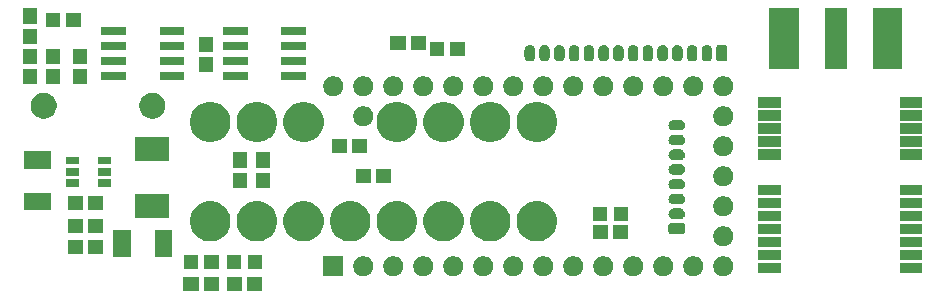
<source format=gts>
G04 #@! TF.GenerationSoftware,KiCad,Pcbnew,5.1.5*
G04 #@! TF.CreationDate,2019-12-04T09:49:36-05:00*
G04 #@! TF.ProjectId,obd-teensy-oled,6f62642d-7465-4656-9e73-792d6f6c6564,rev?*
G04 #@! TF.SameCoordinates,Original*
G04 #@! TF.FileFunction,Soldermask,Top*
G04 #@! TF.FilePolarity,Negative*
%FSLAX46Y46*%
G04 Gerber Fmt 4.6, Leading zero omitted, Abs format (unit mm)*
G04 Created by KiCad (PCBNEW 5.1.5) date 2019-12-04 09:49:36*
%MOMM*%
%LPD*%
G04 APERTURE LIST*
%ADD10C,0.100000*%
G04 APERTURE END LIST*
D10*
G36*
X136754870Y-106391710D02*
G01*
X135451850Y-106391710D01*
X135451850Y-105190290D01*
X136754870Y-105190290D01*
X136754870Y-106391710D01*
G37*
G36*
X135058150Y-106391710D02*
G01*
X133755130Y-106391710D01*
X133755130Y-105190290D01*
X135058150Y-105190290D01*
X135058150Y-106391710D01*
G37*
G36*
X133071870Y-106391710D02*
G01*
X131768850Y-106391710D01*
X131768850Y-105190290D01*
X133071870Y-105190290D01*
X133071870Y-106391710D01*
G37*
G36*
X131375150Y-106391710D02*
G01*
X130072130Y-106391710D01*
X130072130Y-105190290D01*
X131375150Y-105190290D01*
X131375150Y-106391710D01*
G37*
G36*
X143598800Y-105117800D02*
G01*
X141897200Y-105117800D01*
X141897200Y-103416200D01*
X143598800Y-103416200D01*
X143598800Y-105117800D01*
G37*
G36*
X176016169Y-103448895D02*
G01*
X176171005Y-103513031D01*
X176310354Y-103606140D01*
X176428860Y-103724646D01*
X176521969Y-103863995D01*
X176586105Y-104018831D01*
X176618800Y-104183203D01*
X176618800Y-104350797D01*
X176586105Y-104515169D01*
X176521969Y-104670005D01*
X176428860Y-104809354D01*
X176310354Y-104927860D01*
X176171005Y-105020969D01*
X176016169Y-105085105D01*
X175851797Y-105117800D01*
X175684203Y-105117800D01*
X175519831Y-105085105D01*
X175364995Y-105020969D01*
X175225646Y-104927860D01*
X175107140Y-104809354D01*
X175014031Y-104670005D01*
X174949895Y-104515169D01*
X174917200Y-104350797D01*
X174917200Y-104183203D01*
X174949895Y-104018831D01*
X175014031Y-103863995D01*
X175107140Y-103724646D01*
X175225646Y-103606140D01*
X175364995Y-103513031D01*
X175519831Y-103448895D01*
X175684203Y-103416200D01*
X175851797Y-103416200D01*
X176016169Y-103448895D01*
G37*
G36*
X173476169Y-103448895D02*
G01*
X173631005Y-103513031D01*
X173770354Y-103606140D01*
X173888860Y-103724646D01*
X173981969Y-103863995D01*
X174046105Y-104018831D01*
X174078800Y-104183203D01*
X174078800Y-104350797D01*
X174046105Y-104515169D01*
X173981969Y-104670005D01*
X173888860Y-104809354D01*
X173770354Y-104927860D01*
X173631005Y-105020969D01*
X173476169Y-105085105D01*
X173311797Y-105117800D01*
X173144203Y-105117800D01*
X172979831Y-105085105D01*
X172824995Y-105020969D01*
X172685646Y-104927860D01*
X172567140Y-104809354D01*
X172474031Y-104670005D01*
X172409895Y-104515169D01*
X172377200Y-104350797D01*
X172377200Y-104183203D01*
X172409895Y-104018831D01*
X172474031Y-103863995D01*
X172567140Y-103724646D01*
X172685646Y-103606140D01*
X172824995Y-103513031D01*
X172979831Y-103448895D01*
X173144203Y-103416200D01*
X173311797Y-103416200D01*
X173476169Y-103448895D01*
G37*
G36*
X170936169Y-103448895D02*
G01*
X171091005Y-103513031D01*
X171230354Y-103606140D01*
X171348860Y-103724646D01*
X171441969Y-103863995D01*
X171506105Y-104018831D01*
X171538800Y-104183203D01*
X171538800Y-104350797D01*
X171506105Y-104515169D01*
X171441969Y-104670005D01*
X171348860Y-104809354D01*
X171230354Y-104927860D01*
X171091005Y-105020969D01*
X170936169Y-105085105D01*
X170771797Y-105117800D01*
X170604203Y-105117800D01*
X170439831Y-105085105D01*
X170284995Y-105020969D01*
X170145646Y-104927860D01*
X170027140Y-104809354D01*
X169934031Y-104670005D01*
X169869895Y-104515169D01*
X169837200Y-104350797D01*
X169837200Y-104183203D01*
X169869895Y-104018831D01*
X169934031Y-103863995D01*
X170027140Y-103724646D01*
X170145646Y-103606140D01*
X170284995Y-103513031D01*
X170439831Y-103448895D01*
X170604203Y-103416200D01*
X170771797Y-103416200D01*
X170936169Y-103448895D01*
G37*
G36*
X168396169Y-103448895D02*
G01*
X168551005Y-103513031D01*
X168690354Y-103606140D01*
X168808860Y-103724646D01*
X168901969Y-103863995D01*
X168966105Y-104018831D01*
X168998800Y-104183203D01*
X168998800Y-104350797D01*
X168966105Y-104515169D01*
X168901969Y-104670005D01*
X168808860Y-104809354D01*
X168690354Y-104927860D01*
X168551005Y-105020969D01*
X168396169Y-105085105D01*
X168231797Y-105117800D01*
X168064203Y-105117800D01*
X167899831Y-105085105D01*
X167744995Y-105020969D01*
X167605646Y-104927860D01*
X167487140Y-104809354D01*
X167394031Y-104670005D01*
X167329895Y-104515169D01*
X167297200Y-104350797D01*
X167297200Y-104183203D01*
X167329895Y-104018831D01*
X167394031Y-103863995D01*
X167487140Y-103724646D01*
X167605646Y-103606140D01*
X167744995Y-103513031D01*
X167899831Y-103448895D01*
X168064203Y-103416200D01*
X168231797Y-103416200D01*
X168396169Y-103448895D01*
G37*
G36*
X165856169Y-103448895D02*
G01*
X166011005Y-103513031D01*
X166150354Y-103606140D01*
X166268860Y-103724646D01*
X166361969Y-103863995D01*
X166426105Y-104018831D01*
X166458800Y-104183203D01*
X166458800Y-104350797D01*
X166426105Y-104515169D01*
X166361969Y-104670005D01*
X166268860Y-104809354D01*
X166150354Y-104927860D01*
X166011005Y-105020969D01*
X165856169Y-105085105D01*
X165691797Y-105117800D01*
X165524203Y-105117800D01*
X165359831Y-105085105D01*
X165204995Y-105020969D01*
X165065646Y-104927860D01*
X164947140Y-104809354D01*
X164854031Y-104670005D01*
X164789895Y-104515169D01*
X164757200Y-104350797D01*
X164757200Y-104183203D01*
X164789895Y-104018831D01*
X164854031Y-103863995D01*
X164947140Y-103724646D01*
X165065646Y-103606140D01*
X165204995Y-103513031D01*
X165359831Y-103448895D01*
X165524203Y-103416200D01*
X165691797Y-103416200D01*
X165856169Y-103448895D01*
G37*
G36*
X163316169Y-103448895D02*
G01*
X163471005Y-103513031D01*
X163610354Y-103606140D01*
X163728860Y-103724646D01*
X163821969Y-103863995D01*
X163886105Y-104018831D01*
X163918800Y-104183203D01*
X163918800Y-104350797D01*
X163886105Y-104515169D01*
X163821969Y-104670005D01*
X163728860Y-104809354D01*
X163610354Y-104927860D01*
X163471005Y-105020969D01*
X163316169Y-105085105D01*
X163151797Y-105117800D01*
X162984203Y-105117800D01*
X162819831Y-105085105D01*
X162664995Y-105020969D01*
X162525646Y-104927860D01*
X162407140Y-104809354D01*
X162314031Y-104670005D01*
X162249895Y-104515169D01*
X162217200Y-104350797D01*
X162217200Y-104183203D01*
X162249895Y-104018831D01*
X162314031Y-103863995D01*
X162407140Y-103724646D01*
X162525646Y-103606140D01*
X162664995Y-103513031D01*
X162819831Y-103448895D01*
X162984203Y-103416200D01*
X163151797Y-103416200D01*
X163316169Y-103448895D01*
G37*
G36*
X158236169Y-103448895D02*
G01*
X158391005Y-103513031D01*
X158530354Y-103606140D01*
X158648860Y-103724646D01*
X158741969Y-103863995D01*
X158806105Y-104018831D01*
X158838800Y-104183203D01*
X158838800Y-104350797D01*
X158806105Y-104515169D01*
X158741969Y-104670005D01*
X158648860Y-104809354D01*
X158530354Y-104927860D01*
X158391005Y-105020969D01*
X158236169Y-105085105D01*
X158071797Y-105117800D01*
X157904203Y-105117800D01*
X157739831Y-105085105D01*
X157584995Y-105020969D01*
X157445646Y-104927860D01*
X157327140Y-104809354D01*
X157234031Y-104670005D01*
X157169895Y-104515169D01*
X157137200Y-104350797D01*
X157137200Y-104183203D01*
X157169895Y-104018831D01*
X157234031Y-103863995D01*
X157327140Y-103724646D01*
X157445646Y-103606140D01*
X157584995Y-103513031D01*
X157739831Y-103448895D01*
X157904203Y-103416200D01*
X158071797Y-103416200D01*
X158236169Y-103448895D01*
G37*
G36*
X155696169Y-103448895D02*
G01*
X155851005Y-103513031D01*
X155990354Y-103606140D01*
X156108860Y-103724646D01*
X156201969Y-103863995D01*
X156266105Y-104018831D01*
X156298800Y-104183203D01*
X156298800Y-104350797D01*
X156266105Y-104515169D01*
X156201969Y-104670005D01*
X156108860Y-104809354D01*
X155990354Y-104927860D01*
X155851005Y-105020969D01*
X155696169Y-105085105D01*
X155531797Y-105117800D01*
X155364203Y-105117800D01*
X155199831Y-105085105D01*
X155044995Y-105020969D01*
X154905646Y-104927860D01*
X154787140Y-104809354D01*
X154694031Y-104670005D01*
X154629895Y-104515169D01*
X154597200Y-104350797D01*
X154597200Y-104183203D01*
X154629895Y-104018831D01*
X154694031Y-103863995D01*
X154787140Y-103724646D01*
X154905646Y-103606140D01*
X155044995Y-103513031D01*
X155199831Y-103448895D01*
X155364203Y-103416200D01*
X155531797Y-103416200D01*
X155696169Y-103448895D01*
G37*
G36*
X153156169Y-103448895D02*
G01*
X153311005Y-103513031D01*
X153450354Y-103606140D01*
X153568860Y-103724646D01*
X153661969Y-103863995D01*
X153726105Y-104018831D01*
X153758800Y-104183203D01*
X153758800Y-104350797D01*
X153726105Y-104515169D01*
X153661969Y-104670005D01*
X153568860Y-104809354D01*
X153450354Y-104927860D01*
X153311005Y-105020969D01*
X153156169Y-105085105D01*
X152991797Y-105117800D01*
X152824203Y-105117800D01*
X152659831Y-105085105D01*
X152504995Y-105020969D01*
X152365646Y-104927860D01*
X152247140Y-104809354D01*
X152154031Y-104670005D01*
X152089895Y-104515169D01*
X152057200Y-104350797D01*
X152057200Y-104183203D01*
X152089895Y-104018831D01*
X152154031Y-103863995D01*
X152247140Y-103724646D01*
X152365646Y-103606140D01*
X152504995Y-103513031D01*
X152659831Y-103448895D01*
X152824203Y-103416200D01*
X152991797Y-103416200D01*
X153156169Y-103448895D01*
G37*
G36*
X150616169Y-103448895D02*
G01*
X150771005Y-103513031D01*
X150910354Y-103606140D01*
X151028860Y-103724646D01*
X151121969Y-103863995D01*
X151186105Y-104018831D01*
X151218800Y-104183203D01*
X151218800Y-104350797D01*
X151186105Y-104515169D01*
X151121969Y-104670005D01*
X151028860Y-104809354D01*
X150910354Y-104927860D01*
X150771005Y-105020969D01*
X150616169Y-105085105D01*
X150451797Y-105117800D01*
X150284203Y-105117800D01*
X150119831Y-105085105D01*
X149964995Y-105020969D01*
X149825646Y-104927860D01*
X149707140Y-104809354D01*
X149614031Y-104670005D01*
X149549895Y-104515169D01*
X149517200Y-104350797D01*
X149517200Y-104183203D01*
X149549895Y-104018831D01*
X149614031Y-103863995D01*
X149707140Y-103724646D01*
X149825646Y-103606140D01*
X149964995Y-103513031D01*
X150119831Y-103448895D01*
X150284203Y-103416200D01*
X150451797Y-103416200D01*
X150616169Y-103448895D01*
G37*
G36*
X148076169Y-103448895D02*
G01*
X148231005Y-103513031D01*
X148370354Y-103606140D01*
X148488860Y-103724646D01*
X148581969Y-103863995D01*
X148646105Y-104018831D01*
X148678800Y-104183203D01*
X148678800Y-104350797D01*
X148646105Y-104515169D01*
X148581969Y-104670005D01*
X148488860Y-104809354D01*
X148370354Y-104927860D01*
X148231005Y-105020969D01*
X148076169Y-105085105D01*
X147911797Y-105117800D01*
X147744203Y-105117800D01*
X147579831Y-105085105D01*
X147424995Y-105020969D01*
X147285646Y-104927860D01*
X147167140Y-104809354D01*
X147074031Y-104670005D01*
X147009895Y-104515169D01*
X146977200Y-104350797D01*
X146977200Y-104183203D01*
X147009895Y-104018831D01*
X147074031Y-103863995D01*
X147167140Y-103724646D01*
X147285646Y-103606140D01*
X147424995Y-103513031D01*
X147579831Y-103448895D01*
X147744203Y-103416200D01*
X147911797Y-103416200D01*
X148076169Y-103448895D01*
G37*
G36*
X145536169Y-103448895D02*
G01*
X145691005Y-103513031D01*
X145830354Y-103606140D01*
X145948860Y-103724646D01*
X146041969Y-103863995D01*
X146106105Y-104018831D01*
X146138800Y-104183203D01*
X146138800Y-104350797D01*
X146106105Y-104515169D01*
X146041969Y-104670005D01*
X145948860Y-104809354D01*
X145830354Y-104927860D01*
X145691005Y-105020969D01*
X145536169Y-105085105D01*
X145371797Y-105117800D01*
X145204203Y-105117800D01*
X145039831Y-105085105D01*
X144884995Y-105020969D01*
X144745646Y-104927860D01*
X144627140Y-104809354D01*
X144534031Y-104670005D01*
X144469895Y-104515169D01*
X144437200Y-104350797D01*
X144437200Y-104183203D01*
X144469895Y-104018831D01*
X144534031Y-103863995D01*
X144627140Y-103724646D01*
X144745646Y-103606140D01*
X144884995Y-103513031D01*
X145039831Y-103448895D01*
X145204203Y-103416200D01*
X145371797Y-103416200D01*
X145536169Y-103448895D01*
G37*
G36*
X160776169Y-103448895D02*
G01*
X160931005Y-103513031D01*
X161070354Y-103606140D01*
X161188860Y-103724646D01*
X161281969Y-103863995D01*
X161346105Y-104018831D01*
X161378800Y-104183203D01*
X161378800Y-104350797D01*
X161346105Y-104515169D01*
X161281969Y-104670005D01*
X161188860Y-104809354D01*
X161070354Y-104927860D01*
X160931005Y-105020969D01*
X160776169Y-105085105D01*
X160611797Y-105117800D01*
X160444203Y-105117800D01*
X160279831Y-105085105D01*
X160124995Y-105020969D01*
X159985646Y-104927860D01*
X159867140Y-104809354D01*
X159774031Y-104670005D01*
X159709895Y-104515169D01*
X159677200Y-104350797D01*
X159677200Y-104183203D01*
X159709895Y-104018831D01*
X159774031Y-103863995D01*
X159867140Y-103724646D01*
X159985646Y-103606140D01*
X160124995Y-103513031D01*
X160279831Y-103448895D01*
X160444203Y-103416200D01*
X160611797Y-103416200D01*
X160776169Y-103448895D01*
G37*
G36*
X192624800Y-104859800D02*
G01*
X190723200Y-104859800D01*
X190723200Y-103958200D01*
X192624800Y-103958200D01*
X192624800Y-104859800D01*
G37*
G36*
X180624800Y-104859800D02*
G01*
X178723200Y-104859800D01*
X178723200Y-103958200D01*
X180624800Y-103958200D01*
X180624800Y-104859800D01*
G37*
G36*
X134979410Y-104486710D02*
G01*
X133777990Y-104486710D01*
X133777990Y-103285290D01*
X134979410Y-103285290D01*
X134979410Y-104486710D01*
G37*
G36*
X136732010Y-104486710D02*
G01*
X135530590Y-104486710D01*
X135530590Y-103285290D01*
X136732010Y-103285290D01*
X136732010Y-104486710D01*
G37*
G36*
X133049010Y-104486710D02*
G01*
X131847590Y-104486710D01*
X131847590Y-103285290D01*
X133049010Y-103285290D01*
X133049010Y-104486710D01*
G37*
G36*
X131296410Y-104486710D02*
G01*
X130094990Y-104486710D01*
X130094990Y-103285290D01*
X131296410Y-103285290D01*
X131296410Y-104486710D01*
G37*
G36*
X192624800Y-103759800D02*
G01*
X190723200Y-103759800D01*
X190723200Y-102858200D01*
X192624800Y-102858200D01*
X192624800Y-103759800D01*
G37*
G36*
X180624800Y-103759800D02*
G01*
X178723200Y-103759800D01*
X178723200Y-102858200D01*
X180624800Y-102858200D01*
X180624800Y-103759800D01*
G37*
G36*
X125603000Y-103493570D02*
G01*
X124129800Y-103493570D01*
X124129800Y-101230430D01*
X125603000Y-101230430D01*
X125603000Y-103493570D01*
G37*
G36*
X129108200Y-103493570D02*
G01*
X127635000Y-103493570D01*
X127635000Y-101230430D01*
X129108200Y-101230430D01*
X129108200Y-103493570D01*
G37*
G36*
X121596150Y-103216710D02*
G01*
X120293130Y-103216710D01*
X120293130Y-102015290D01*
X121596150Y-102015290D01*
X121596150Y-103216710D01*
G37*
G36*
X123292870Y-103216710D02*
G01*
X121989850Y-103216710D01*
X121989850Y-102015290D01*
X123292870Y-102015290D01*
X123292870Y-103216710D01*
G37*
G36*
X192624800Y-102659800D02*
G01*
X190723200Y-102659800D01*
X190723200Y-101758200D01*
X192624800Y-101758200D01*
X192624800Y-102659800D01*
G37*
G36*
X180624800Y-102659800D02*
G01*
X178723200Y-102659800D01*
X178723200Y-101758200D01*
X180624800Y-101758200D01*
X180624800Y-102659800D01*
G37*
G36*
X176016169Y-100908895D02*
G01*
X176171005Y-100973031D01*
X176310354Y-101066140D01*
X176428860Y-101184646D01*
X176521969Y-101323995D01*
X176586105Y-101478831D01*
X176618800Y-101643203D01*
X176618800Y-101810797D01*
X176586105Y-101975169D01*
X176521969Y-102130005D01*
X176428860Y-102269354D01*
X176310354Y-102387860D01*
X176171005Y-102480969D01*
X176016169Y-102545105D01*
X175851797Y-102577800D01*
X175684203Y-102577800D01*
X175519831Y-102545105D01*
X175364995Y-102480969D01*
X175225646Y-102387860D01*
X175107140Y-102269354D01*
X175014031Y-102130005D01*
X174949895Y-101975169D01*
X174917200Y-101810797D01*
X174917200Y-101643203D01*
X174949895Y-101478831D01*
X175014031Y-101323995D01*
X175107140Y-101184646D01*
X175225646Y-101066140D01*
X175364995Y-100973031D01*
X175519831Y-100908895D01*
X175684203Y-100876200D01*
X175851797Y-100876200D01*
X176016169Y-100908895D01*
G37*
G36*
X136784860Y-98813272D02*
G01*
X137095953Y-98942131D01*
X137168342Y-98990500D01*
X137375932Y-99129207D01*
X137614033Y-99367308D01*
X137703827Y-99501694D01*
X137801109Y-99647287D01*
X137929968Y-99958380D01*
X137995660Y-100288637D01*
X137995660Y-100625363D01*
X137929968Y-100955620D01*
X137801109Y-101266713D01*
X137751223Y-101341373D01*
X137641462Y-101505642D01*
X137614032Y-101546693D01*
X137375933Y-101784792D01*
X137095953Y-101971869D01*
X136784860Y-102100728D01*
X136454603Y-102166420D01*
X136117877Y-102166420D01*
X135787620Y-102100728D01*
X135476527Y-101971869D01*
X135196547Y-101784792D01*
X134958448Y-101546693D01*
X134931019Y-101505642D01*
X134821257Y-101341373D01*
X134771371Y-101266713D01*
X134642512Y-100955620D01*
X134576820Y-100625363D01*
X134576820Y-100288637D01*
X134642512Y-99958380D01*
X134771371Y-99647287D01*
X134868653Y-99501694D01*
X134958447Y-99367308D01*
X135196548Y-99129207D01*
X135404138Y-98990500D01*
X135476527Y-98942131D01*
X135787620Y-98813272D01*
X136117877Y-98747580D01*
X136454603Y-98747580D01*
X136784860Y-98813272D01*
G37*
G36*
X160480520Y-98813272D02*
G01*
X160791613Y-98942131D01*
X160864002Y-98990500D01*
X161071592Y-99129207D01*
X161309693Y-99367308D01*
X161399487Y-99501694D01*
X161496769Y-99647287D01*
X161625628Y-99958380D01*
X161691320Y-100288637D01*
X161691320Y-100625363D01*
X161625628Y-100955620D01*
X161496769Y-101266713D01*
X161446883Y-101341373D01*
X161337122Y-101505642D01*
X161309692Y-101546693D01*
X161071593Y-101784792D01*
X160791613Y-101971869D01*
X160480520Y-102100728D01*
X160150263Y-102166420D01*
X159813537Y-102166420D01*
X159483280Y-102100728D01*
X159172187Y-101971869D01*
X158892207Y-101784792D01*
X158654108Y-101546693D01*
X158626679Y-101505642D01*
X158516917Y-101341373D01*
X158467031Y-101266713D01*
X158338172Y-100955620D01*
X158272480Y-100625363D01*
X158272480Y-100288637D01*
X158338172Y-99958380D01*
X158467031Y-99647287D01*
X158564313Y-99501694D01*
X158654107Y-99367308D01*
X158892208Y-99129207D01*
X159099798Y-98990500D01*
X159172187Y-98942131D01*
X159483280Y-98813272D01*
X159813537Y-98747580D01*
X160150263Y-98747580D01*
X160480520Y-98813272D01*
G37*
G36*
X156530820Y-98813272D02*
G01*
X156841913Y-98942131D01*
X156914302Y-98990500D01*
X157121892Y-99129207D01*
X157359993Y-99367308D01*
X157449787Y-99501694D01*
X157547069Y-99647287D01*
X157675928Y-99958380D01*
X157741620Y-100288637D01*
X157741620Y-100625363D01*
X157675928Y-100955620D01*
X157547069Y-101266713D01*
X157497183Y-101341373D01*
X157387422Y-101505642D01*
X157359992Y-101546693D01*
X157121893Y-101784792D01*
X156841913Y-101971869D01*
X156530820Y-102100728D01*
X156200563Y-102166420D01*
X155863837Y-102166420D01*
X155533580Y-102100728D01*
X155222487Y-101971869D01*
X154942507Y-101784792D01*
X154704408Y-101546693D01*
X154676979Y-101505642D01*
X154567217Y-101341373D01*
X154517331Y-101266713D01*
X154388472Y-100955620D01*
X154322780Y-100625363D01*
X154322780Y-100288637D01*
X154388472Y-99958380D01*
X154517331Y-99647287D01*
X154614613Y-99501694D01*
X154704407Y-99367308D01*
X154942508Y-99129207D01*
X155150098Y-98990500D01*
X155222487Y-98942131D01*
X155533580Y-98813272D01*
X155863837Y-98747580D01*
X156200563Y-98747580D01*
X156530820Y-98813272D01*
G37*
G36*
X152581120Y-98813272D02*
G01*
X152892213Y-98942131D01*
X152964602Y-98990500D01*
X153172192Y-99129207D01*
X153410293Y-99367308D01*
X153500087Y-99501694D01*
X153597369Y-99647287D01*
X153726228Y-99958380D01*
X153791920Y-100288637D01*
X153791920Y-100625363D01*
X153726228Y-100955620D01*
X153597369Y-101266713D01*
X153547483Y-101341373D01*
X153437722Y-101505642D01*
X153410292Y-101546693D01*
X153172193Y-101784792D01*
X152892213Y-101971869D01*
X152581120Y-102100728D01*
X152250863Y-102166420D01*
X151914137Y-102166420D01*
X151583880Y-102100728D01*
X151272787Y-101971869D01*
X150992807Y-101784792D01*
X150754708Y-101546693D01*
X150727279Y-101505642D01*
X150617517Y-101341373D01*
X150567631Y-101266713D01*
X150438772Y-100955620D01*
X150373080Y-100625363D01*
X150373080Y-100288637D01*
X150438772Y-99958380D01*
X150567631Y-99647287D01*
X150664913Y-99501694D01*
X150754707Y-99367308D01*
X150992808Y-99129207D01*
X151200398Y-98990500D01*
X151272787Y-98942131D01*
X151583880Y-98813272D01*
X151914137Y-98747580D01*
X152250863Y-98747580D01*
X152581120Y-98813272D01*
G37*
G36*
X148631420Y-98813272D02*
G01*
X148942513Y-98942131D01*
X149014902Y-98990500D01*
X149222492Y-99129207D01*
X149460593Y-99367308D01*
X149550387Y-99501694D01*
X149647669Y-99647287D01*
X149776528Y-99958380D01*
X149842220Y-100288637D01*
X149842220Y-100625363D01*
X149776528Y-100955620D01*
X149647669Y-101266713D01*
X149597783Y-101341373D01*
X149488022Y-101505642D01*
X149460592Y-101546693D01*
X149222493Y-101784792D01*
X148942513Y-101971869D01*
X148631420Y-102100728D01*
X148301163Y-102166420D01*
X147964437Y-102166420D01*
X147634180Y-102100728D01*
X147323087Y-101971869D01*
X147043107Y-101784792D01*
X146805008Y-101546693D01*
X146777579Y-101505642D01*
X146667817Y-101341373D01*
X146617931Y-101266713D01*
X146489072Y-100955620D01*
X146423380Y-100625363D01*
X146423380Y-100288637D01*
X146489072Y-99958380D01*
X146617931Y-99647287D01*
X146715213Y-99501694D01*
X146805007Y-99367308D01*
X147043108Y-99129207D01*
X147250698Y-98990500D01*
X147323087Y-98942131D01*
X147634180Y-98813272D01*
X147964437Y-98747580D01*
X148301163Y-98747580D01*
X148631420Y-98813272D01*
G37*
G36*
X140734560Y-98813272D02*
G01*
X141045653Y-98942131D01*
X141118042Y-98990500D01*
X141325632Y-99129207D01*
X141563733Y-99367308D01*
X141653527Y-99501694D01*
X141750809Y-99647287D01*
X141879668Y-99958380D01*
X141945360Y-100288637D01*
X141945360Y-100625363D01*
X141879668Y-100955620D01*
X141750809Y-101266713D01*
X141700923Y-101341373D01*
X141591162Y-101505642D01*
X141563732Y-101546693D01*
X141325633Y-101784792D01*
X141045653Y-101971869D01*
X140734560Y-102100728D01*
X140404303Y-102166420D01*
X140067577Y-102166420D01*
X139737320Y-102100728D01*
X139426227Y-101971869D01*
X139146247Y-101784792D01*
X138908148Y-101546693D01*
X138880719Y-101505642D01*
X138770957Y-101341373D01*
X138721071Y-101266713D01*
X138592212Y-100955620D01*
X138526520Y-100625363D01*
X138526520Y-100288637D01*
X138592212Y-99958380D01*
X138721071Y-99647287D01*
X138818353Y-99501694D01*
X138908147Y-99367308D01*
X139146248Y-99129207D01*
X139353838Y-98990500D01*
X139426227Y-98942131D01*
X139737320Y-98813272D01*
X140067577Y-98747580D01*
X140404303Y-98747580D01*
X140734560Y-98813272D01*
G37*
G36*
X132832620Y-98813272D02*
G01*
X133143713Y-98942131D01*
X133216102Y-98990500D01*
X133423692Y-99129207D01*
X133661793Y-99367308D01*
X133751587Y-99501694D01*
X133848869Y-99647287D01*
X133977728Y-99958380D01*
X134043420Y-100288637D01*
X134043420Y-100625363D01*
X133977728Y-100955620D01*
X133848869Y-101266713D01*
X133798983Y-101341373D01*
X133689222Y-101505642D01*
X133661792Y-101546693D01*
X133423693Y-101784792D01*
X133143713Y-101971869D01*
X132832620Y-102100728D01*
X132502363Y-102166420D01*
X132165637Y-102166420D01*
X131835380Y-102100728D01*
X131524287Y-101971869D01*
X131244307Y-101784792D01*
X131006208Y-101546693D01*
X130978779Y-101505642D01*
X130869017Y-101341373D01*
X130819131Y-101266713D01*
X130690272Y-100955620D01*
X130624580Y-100625363D01*
X130624580Y-100288637D01*
X130690272Y-99958380D01*
X130819131Y-99647287D01*
X130916413Y-99501694D01*
X131006207Y-99367308D01*
X131244308Y-99129207D01*
X131451898Y-98990500D01*
X131524287Y-98942131D01*
X131835380Y-98813272D01*
X132165637Y-98747580D01*
X132502363Y-98747580D01*
X132832620Y-98813272D01*
G37*
G36*
X144684260Y-98813272D02*
G01*
X144995353Y-98942131D01*
X145067742Y-98990500D01*
X145275332Y-99129207D01*
X145513433Y-99367308D01*
X145603227Y-99501694D01*
X145700509Y-99647287D01*
X145829368Y-99958380D01*
X145895060Y-100288637D01*
X145895060Y-100625363D01*
X145829368Y-100955620D01*
X145700509Y-101266713D01*
X145650623Y-101341373D01*
X145540862Y-101505642D01*
X145513432Y-101546693D01*
X145275333Y-101784792D01*
X144995353Y-101971869D01*
X144684260Y-102100728D01*
X144354003Y-102166420D01*
X144017277Y-102166420D01*
X143687020Y-102100728D01*
X143375927Y-101971869D01*
X143095947Y-101784792D01*
X142857848Y-101546693D01*
X142830419Y-101505642D01*
X142720657Y-101341373D01*
X142670771Y-101266713D01*
X142541912Y-100955620D01*
X142476220Y-100625363D01*
X142476220Y-100288637D01*
X142541912Y-99958380D01*
X142670771Y-99647287D01*
X142768053Y-99501694D01*
X142857847Y-99367308D01*
X143095948Y-99129207D01*
X143303538Y-98990500D01*
X143375927Y-98942131D01*
X143687020Y-98813272D01*
X144017277Y-98747580D01*
X144354003Y-98747580D01*
X144684260Y-98813272D01*
G37*
G36*
X167742870Y-101946710D02*
G01*
X166439850Y-101946710D01*
X166439850Y-100745290D01*
X167742870Y-100745290D01*
X167742870Y-101946710D01*
G37*
G36*
X166046150Y-101946710D02*
G01*
X164743130Y-101946710D01*
X164743130Y-100745290D01*
X166046150Y-100745290D01*
X166046150Y-101946710D01*
G37*
G36*
X180624800Y-101559800D02*
G01*
X178723200Y-101559800D01*
X178723200Y-100658200D01*
X180624800Y-100658200D01*
X180624800Y-101559800D01*
G37*
G36*
X192624800Y-101559800D02*
G01*
X190723200Y-101559800D01*
X190723200Y-100658200D01*
X192624800Y-100658200D01*
X192624800Y-101559800D01*
G37*
G36*
X172370766Y-100625283D02*
G01*
X172408242Y-100636651D01*
X172442778Y-100655111D01*
X172473048Y-100679952D01*
X172497889Y-100710222D01*
X172516349Y-100744758D01*
X172527717Y-100782234D01*
X172531800Y-100823691D01*
X172531800Y-101320309D01*
X172527717Y-101361766D01*
X172516349Y-101399242D01*
X172497889Y-101433778D01*
X172473048Y-101464048D01*
X172442778Y-101488889D01*
X172408242Y-101507349D01*
X172370766Y-101518717D01*
X172329309Y-101522800D01*
X171332691Y-101522800D01*
X171291234Y-101518717D01*
X171253758Y-101507349D01*
X171219222Y-101488889D01*
X171188952Y-101464048D01*
X171164111Y-101433778D01*
X171145651Y-101399242D01*
X171134283Y-101361766D01*
X171130200Y-101320309D01*
X171130200Y-100823691D01*
X171134283Y-100782234D01*
X171145651Y-100744758D01*
X171164111Y-100710222D01*
X171188952Y-100679952D01*
X171219222Y-100655111D01*
X171253758Y-100636651D01*
X171291234Y-100625283D01*
X171332691Y-100621200D01*
X172329309Y-100621200D01*
X172370766Y-100625283D01*
G37*
G36*
X123292870Y-101438710D02*
G01*
X121989850Y-101438710D01*
X121989850Y-100237290D01*
X123292870Y-100237290D01*
X123292870Y-101438710D01*
G37*
G36*
X121596150Y-101438710D02*
G01*
X120293130Y-101438710D01*
X120293130Y-100237290D01*
X121596150Y-100237290D01*
X121596150Y-101438710D01*
G37*
G36*
X192624800Y-100459800D02*
G01*
X190723200Y-100459800D01*
X190723200Y-99558200D01*
X192624800Y-99558200D01*
X192624800Y-100459800D01*
G37*
G36*
X180624800Y-100459800D02*
G01*
X178723200Y-100459800D01*
X178723200Y-99558200D01*
X180624800Y-99558200D01*
X180624800Y-100459800D01*
G37*
G36*
X167720010Y-100422710D02*
G01*
X166518590Y-100422710D01*
X166518590Y-99221290D01*
X167720010Y-99221290D01*
X167720010Y-100422710D01*
G37*
G36*
X165967410Y-100422710D02*
G01*
X164765990Y-100422710D01*
X164765990Y-99221290D01*
X165967410Y-99221290D01*
X165967410Y-100422710D01*
G37*
G36*
X172169369Y-99377722D02*
G01*
X172169372Y-99377723D01*
X172254348Y-99403500D01*
X172332663Y-99445360D01*
X172401306Y-99501694D01*
X172457640Y-99570337D01*
X172499500Y-99648652D01*
X172522330Y-99723912D01*
X172525278Y-99733631D01*
X172533982Y-99822000D01*
X172525278Y-99910369D01*
X172525277Y-99910372D01*
X172499500Y-99995348D01*
X172457640Y-100073663D01*
X172401306Y-100142306D01*
X172332663Y-100198640D01*
X172254348Y-100240500D01*
X172179088Y-100263330D01*
X172169369Y-100266278D01*
X172103149Y-100272800D01*
X171558851Y-100272800D01*
X171492631Y-100266278D01*
X171482912Y-100263330D01*
X171407652Y-100240500D01*
X171329337Y-100198640D01*
X171260694Y-100142306D01*
X171204360Y-100073663D01*
X171162500Y-99995348D01*
X171136723Y-99910372D01*
X171136722Y-99910369D01*
X171128018Y-99822000D01*
X171136722Y-99733631D01*
X171139670Y-99723912D01*
X171162500Y-99648652D01*
X171204360Y-99570337D01*
X171260694Y-99501694D01*
X171329337Y-99445360D01*
X171407652Y-99403500D01*
X171492628Y-99377723D01*
X171492631Y-99377722D01*
X171558851Y-99371200D01*
X172103149Y-99371200D01*
X172169369Y-99377722D01*
G37*
G36*
X128826800Y-100202800D02*
G01*
X125935200Y-100202800D01*
X125935200Y-98196200D01*
X128826800Y-98196200D01*
X128826800Y-100202800D01*
G37*
G36*
X176016169Y-98368895D02*
G01*
X176171005Y-98433031D01*
X176310354Y-98526140D01*
X176428860Y-98644646D01*
X176521969Y-98783995D01*
X176586105Y-98938831D01*
X176618800Y-99103203D01*
X176618800Y-99270797D01*
X176586105Y-99435169D01*
X176521969Y-99590005D01*
X176428860Y-99729354D01*
X176310354Y-99847860D01*
X176171005Y-99940969D01*
X176016169Y-100005105D01*
X175851797Y-100037800D01*
X175684203Y-100037800D01*
X175519831Y-100005105D01*
X175364995Y-99940969D01*
X175225646Y-99847860D01*
X175107140Y-99729354D01*
X175014031Y-99590005D01*
X174949895Y-99435169D01*
X174917200Y-99270797D01*
X174917200Y-99103203D01*
X174949895Y-98938831D01*
X175014031Y-98783995D01*
X175107140Y-98644646D01*
X175225646Y-98526140D01*
X175364995Y-98433031D01*
X175519831Y-98368895D01*
X175684203Y-98336200D01*
X175851797Y-98336200D01*
X176016169Y-98368895D01*
G37*
G36*
X121596150Y-99533710D02*
G01*
X120293130Y-99533710D01*
X120293130Y-98332290D01*
X121596150Y-98332290D01*
X121596150Y-99533710D01*
G37*
G36*
X123292870Y-99533710D02*
G01*
X121989850Y-99533710D01*
X121989850Y-98332290D01*
X123292870Y-98332290D01*
X123292870Y-99533710D01*
G37*
G36*
X118860570Y-99517200D02*
G01*
X116597430Y-99517200D01*
X116597430Y-98044000D01*
X118860570Y-98044000D01*
X118860570Y-99517200D01*
G37*
G36*
X192624800Y-99359800D02*
G01*
X190723200Y-99359800D01*
X190723200Y-98458200D01*
X192624800Y-98458200D01*
X192624800Y-99359800D01*
G37*
G36*
X180624800Y-99359800D02*
G01*
X178723200Y-99359800D01*
X178723200Y-98458200D01*
X180624800Y-98458200D01*
X180624800Y-99359800D01*
G37*
G36*
X172169369Y-98127722D02*
G01*
X172169372Y-98127723D01*
X172254348Y-98153500D01*
X172332663Y-98195360D01*
X172401306Y-98251694D01*
X172457640Y-98320337D01*
X172499500Y-98398652D01*
X172522330Y-98473912D01*
X172525278Y-98483631D01*
X172533982Y-98572000D01*
X172525278Y-98660369D01*
X172525277Y-98660372D01*
X172499500Y-98745348D01*
X172457640Y-98823663D01*
X172401306Y-98892306D01*
X172332663Y-98948640D01*
X172254348Y-98990500D01*
X172179088Y-99013330D01*
X172169369Y-99016278D01*
X172103149Y-99022800D01*
X171558851Y-99022800D01*
X171492631Y-99016278D01*
X171482912Y-99013330D01*
X171407652Y-98990500D01*
X171329337Y-98948640D01*
X171260694Y-98892306D01*
X171204360Y-98823663D01*
X171162500Y-98745348D01*
X171136723Y-98660372D01*
X171136722Y-98660369D01*
X171128018Y-98572000D01*
X171136722Y-98483631D01*
X171139670Y-98473912D01*
X171162500Y-98398652D01*
X171204360Y-98320337D01*
X171260694Y-98251694D01*
X171329337Y-98195360D01*
X171407652Y-98153500D01*
X171492628Y-98127723D01*
X171492631Y-98127722D01*
X171558851Y-98121200D01*
X172103149Y-98121200D01*
X172169369Y-98127722D01*
G37*
G36*
X180624800Y-98259800D02*
G01*
X178723200Y-98259800D01*
X178723200Y-97358200D01*
X180624800Y-97358200D01*
X180624800Y-98259800D01*
G37*
G36*
X192624800Y-98259800D02*
G01*
X190723200Y-98259800D01*
X190723200Y-97358200D01*
X192624800Y-97358200D01*
X192624800Y-98259800D01*
G37*
G36*
X172169369Y-96877722D02*
G01*
X172169372Y-96877723D01*
X172254348Y-96903500D01*
X172332663Y-96945360D01*
X172401306Y-97001694D01*
X172457640Y-97070337D01*
X172499500Y-97148652D01*
X172511847Y-97189355D01*
X172525278Y-97233631D01*
X172533982Y-97322000D01*
X172525278Y-97410369D01*
X172525277Y-97410372D01*
X172499500Y-97495348D01*
X172457640Y-97573663D01*
X172401306Y-97642306D01*
X172332663Y-97698640D01*
X172254348Y-97740500D01*
X172179088Y-97763330D01*
X172169369Y-97766278D01*
X172103149Y-97772800D01*
X171558851Y-97772800D01*
X171492631Y-97766278D01*
X171482912Y-97763330D01*
X171407652Y-97740500D01*
X171329337Y-97698640D01*
X171260694Y-97642306D01*
X171204360Y-97573663D01*
X171162500Y-97495348D01*
X171136723Y-97410372D01*
X171136722Y-97410369D01*
X171128018Y-97322000D01*
X171136722Y-97233631D01*
X171150153Y-97189355D01*
X171162500Y-97148652D01*
X171204360Y-97070337D01*
X171260694Y-97001694D01*
X171329337Y-96945360D01*
X171407652Y-96903500D01*
X171492628Y-96877723D01*
X171492631Y-96877722D01*
X171558851Y-96871200D01*
X172103149Y-96871200D01*
X172169369Y-96877722D01*
G37*
G36*
X137379710Y-97638870D02*
G01*
X136178290Y-97638870D01*
X136178290Y-96335850D01*
X137379710Y-96335850D01*
X137379710Y-97638870D01*
G37*
G36*
X135474710Y-97638870D02*
G01*
X134273290Y-97638870D01*
X134273290Y-96335850D01*
X135474710Y-96335850D01*
X135474710Y-97638870D01*
G37*
G36*
X121247800Y-97541800D02*
G01*
X120146200Y-97541800D01*
X120146200Y-96890200D01*
X121247800Y-96890200D01*
X121247800Y-97541800D01*
G37*
G36*
X123947800Y-97541800D02*
G01*
X122846200Y-97541800D01*
X122846200Y-96890200D01*
X123947800Y-96890200D01*
X123947800Y-97541800D01*
G37*
G36*
X176016169Y-95828895D02*
G01*
X176171005Y-95893031D01*
X176310354Y-95986140D01*
X176428860Y-96104646D01*
X176521969Y-96243995D01*
X176586105Y-96398831D01*
X176618800Y-96563203D01*
X176618800Y-96730797D01*
X176586105Y-96895169D01*
X176521969Y-97050005D01*
X176428860Y-97189354D01*
X176310354Y-97307860D01*
X176171005Y-97400969D01*
X176016169Y-97465105D01*
X175851797Y-97497800D01*
X175684203Y-97497800D01*
X175519831Y-97465105D01*
X175364995Y-97400969D01*
X175225646Y-97307860D01*
X175107140Y-97189354D01*
X175014031Y-97050005D01*
X174949895Y-96895169D01*
X174917200Y-96730797D01*
X174917200Y-96563203D01*
X174949895Y-96398831D01*
X175014031Y-96243995D01*
X175107140Y-96104646D01*
X175225646Y-95986140D01*
X175364995Y-95893031D01*
X175519831Y-95828895D01*
X175684203Y-95796200D01*
X175851797Y-95796200D01*
X176016169Y-95828895D01*
G37*
G36*
X145980150Y-97247710D02*
G01*
X144677130Y-97247710D01*
X144677130Y-96046290D01*
X145980150Y-96046290D01*
X145980150Y-97247710D01*
G37*
G36*
X147676870Y-97247710D02*
G01*
X146373850Y-97247710D01*
X146373850Y-96046290D01*
X147676870Y-96046290D01*
X147676870Y-97247710D01*
G37*
G36*
X121247800Y-96591800D02*
G01*
X120146200Y-96591800D01*
X120146200Y-95940200D01*
X121247800Y-95940200D01*
X121247800Y-96591800D01*
G37*
G36*
X123947800Y-96591800D02*
G01*
X122846200Y-96591800D01*
X122846200Y-95940200D01*
X123947800Y-95940200D01*
X123947800Y-96591800D01*
G37*
G36*
X172169369Y-95627722D02*
G01*
X172169372Y-95627723D01*
X172254348Y-95653500D01*
X172332663Y-95695360D01*
X172401306Y-95751694D01*
X172457640Y-95820337D01*
X172499500Y-95898652D01*
X172512103Y-95940200D01*
X172525278Y-95983631D01*
X172533982Y-96072000D01*
X172525278Y-96160369D01*
X172525277Y-96160372D01*
X172499500Y-96245348D01*
X172457640Y-96323663D01*
X172401306Y-96392306D01*
X172332663Y-96448640D01*
X172254348Y-96490500D01*
X172179088Y-96513330D01*
X172169369Y-96516278D01*
X172103149Y-96522800D01*
X171558851Y-96522800D01*
X171492631Y-96516278D01*
X171482912Y-96513330D01*
X171407652Y-96490500D01*
X171329337Y-96448640D01*
X171260694Y-96392306D01*
X171204360Y-96323663D01*
X171162500Y-96245348D01*
X171136723Y-96160372D01*
X171136722Y-96160369D01*
X171128018Y-96072000D01*
X171136722Y-95983631D01*
X171149897Y-95940200D01*
X171162500Y-95898652D01*
X171204360Y-95820337D01*
X171260694Y-95751694D01*
X171329337Y-95695360D01*
X171407652Y-95653500D01*
X171492628Y-95627723D01*
X171492631Y-95627722D01*
X171558851Y-95621200D01*
X172103149Y-95621200D01*
X172169369Y-95627722D01*
G37*
G36*
X118860570Y-96012000D02*
G01*
X116597430Y-96012000D01*
X116597430Y-94538800D01*
X118860570Y-94538800D01*
X118860570Y-96012000D01*
G37*
G36*
X137379710Y-95942150D02*
G01*
X136178290Y-95942150D01*
X136178290Y-94639130D01*
X137379710Y-94639130D01*
X137379710Y-95942150D01*
G37*
G36*
X135474710Y-95942150D02*
G01*
X134273290Y-95942150D01*
X134273290Y-94639130D01*
X135474710Y-94639130D01*
X135474710Y-95942150D01*
G37*
G36*
X123947800Y-95641800D02*
G01*
X122846200Y-95641800D01*
X122846200Y-94990200D01*
X123947800Y-94990200D01*
X123947800Y-95641800D01*
G37*
G36*
X121247800Y-95641800D02*
G01*
X120146200Y-95641800D01*
X120146200Y-94990200D01*
X121247800Y-94990200D01*
X121247800Y-95641800D01*
G37*
G36*
X128826800Y-95351800D02*
G01*
X125935200Y-95351800D01*
X125935200Y-93345200D01*
X128826800Y-93345200D01*
X128826800Y-95351800D01*
G37*
G36*
X172169369Y-94377722D02*
G01*
X172169372Y-94377723D01*
X172254348Y-94403500D01*
X172332663Y-94445360D01*
X172401306Y-94501694D01*
X172457640Y-94570337D01*
X172499500Y-94648652D01*
X172499713Y-94649355D01*
X172525278Y-94733631D01*
X172533982Y-94822000D01*
X172525278Y-94910369D01*
X172525277Y-94910372D01*
X172499500Y-94995348D01*
X172457640Y-95073663D01*
X172401306Y-95142306D01*
X172332663Y-95198640D01*
X172254348Y-95240500D01*
X172190724Y-95259800D01*
X172169369Y-95266278D01*
X172103149Y-95272800D01*
X171558851Y-95272800D01*
X171492631Y-95266278D01*
X171471276Y-95259800D01*
X171407652Y-95240500D01*
X171329337Y-95198640D01*
X171260694Y-95142306D01*
X171204360Y-95073663D01*
X171162500Y-94995348D01*
X171136723Y-94910372D01*
X171136722Y-94910369D01*
X171128018Y-94822000D01*
X171136722Y-94733631D01*
X171162287Y-94649355D01*
X171162500Y-94648652D01*
X171204360Y-94570337D01*
X171260694Y-94501694D01*
X171329337Y-94445360D01*
X171407652Y-94403500D01*
X171492628Y-94377723D01*
X171492631Y-94377722D01*
X171558851Y-94371200D01*
X172103149Y-94371200D01*
X172169369Y-94377722D01*
G37*
G36*
X192624800Y-95259800D02*
G01*
X190723200Y-95259800D01*
X190723200Y-94358200D01*
X192624800Y-94358200D01*
X192624800Y-95259800D01*
G37*
G36*
X180624800Y-95259800D02*
G01*
X178723200Y-95259800D01*
X178723200Y-94358200D01*
X180624800Y-94358200D01*
X180624800Y-95259800D01*
G37*
G36*
X176016169Y-93288895D02*
G01*
X176171005Y-93353031D01*
X176310354Y-93446140D01*
X176428860Y-93564646D01*
X176521969Y-93703995D01*
X176586105Y-93858831D01*
X176618800Y-94023203D01*
X176618800Y-94190797D01*
X176586105Y-94355169D01*
X176521969Y-94510005D01*
X176428860Y-94649354D01*
X176310354Y-94767860D01*
X176171005Y-94860969D01*
X176016169Y-94925105D01*
X175851797Y-94957800D01*
X175684203Y-94957800D01*
X175519831Y-94925105D01*
X175364995Y-94860969D01*
X175225646Y-94767860D01*
X175107140Y-94649354D01*
X175014031Y-94510005D01*
X174949895Y-94355169D01*
X174917200Y-94190797D01*
X174917200Y-94023203D01*
X174949895Y-93858831D01*
X175014031Y-93703995D01*
X175107140Y-93564646D01*
X175225646Y-93446140D01*
X175364995Y-93353031D01*
X175519831Y-93288895D01*
X175684203Y-93256200D01*
X175851797Y-93256200D01*
X176016169Y-93288895D01*
G37*
G36*
X143948150Y-94707710D02*
G01*
X142645130Y-94707710D01*
X142645130Y-93506290D01*
X143948150Y-93506290D01*
X143948150Y-94707710D01*
G37*
G36*
X145644870Y-94707710D02*
G01*
X144341850Y-94707710D01*
X144341850Y-93506290D01*
X145644870Y-93506290D01*
X145644870Y-94707710D01*
G37*
G36*
X180624800Y-94159800D02*
G01*
X178723200Y-94159800D01*
X178723200Y-93258200D01*
X180624800Y-93258200D01*
X180624800Y-94159800D01*
G37*
G36*
X192624800Y-94159800D02*
G01*
X190723200Y-94159800D01*
X190723200Y-93258200D01*
X192624800Y-93258200D01*
X192624800Y-94159800D01*
G37*
G36*
X172169369Y-93127722D02*
G01*
X172169372Y-93127723D01*
X172254348Y-93153500D01*
X172332663Y-93195360D01*
X172401306Y-93251694D01*
X172457640Y-93320337D01*
X172499500Y-93398652D01*
X172513905Y-93446140D01*
X172525278Y-93483631D01*
X172533982Y-93572000D01*
X172525278Y-93660369D01*
X172525277Y-93660372D01*
X172499500Y-93745348D01*
X172457640Y-93823663D01*
X172401306Y-93892306D01*
X172332663Y-93948640D01*
X172254348Y-93990500D01*
X172179088Y-94013330D01*
X172169369Y-94016278D01*
X172103149Y-94022800D01*
X171558851Y-94022800D01*
X171492631Y-94016278D01*
X171482912Y-94013330D01*
X171407652Y-93990500D01*
X171329337Y-93948640D01*
X171260694Y-93892306D01*
X171204360Y-93823663D01*
X171162500Y-93745348D01*
X171136723Y-93660372D01*
X171136722Y-93660369D01*
X171128018Y-93572000D01*
X171136722Y-93483631D01*
X171148095Y-93446140D01*
X171162500Y-93398652D01*
X171204360Y-93320337D01*
X171260694Y-93251694D01*
X171329337Y-93195360D01*
X171407652Y-93153500D01*
X171492628Y-93127723D01*
X171492631Y-93127722D01*
X171558851Y-93121200D01*
X172103149Y-93121200D01*
X172169369Y-93127722D01*
G37*
G36*
X160480520Y-90413492D02*
G01*
X160791613Y-90542351D01*
X160791614Y-90542352D01*
X161071592Y-90729427D01*
X161309693Y-90967528D01*
X161330783Y-90999092D01*
X161496769Y-91247507D01*
X161625628Y-91558600D01*
X161691320Y-91888857D01*
X161691320Y-92225583D01*
X161625628Y-92555840D01*
X161496769Y-92866933D01*
X161496768Y-92866934D01*
X161309693Y-93146912D01*
X161071592Y-93385013D01*
X160980109Y-93446140D01*
X160791613Y-93572089D01*
X160480520Y-93700948D01*
X160150263Y-93766640D01*
X159813537Y-93766640D01*
X159483280Y-93700948D01*
X159172187Y-93572089D01*
X158983691Y-93446140D01*
X158892208Y-93385013D01*
X158654107Y-93146912D01*
X158467032Y-92866934D01*
X158467031Y-92866933D01*
X158338172Y-92555840D01*
X158272480Y-92225583D01*
X158272480Y-91888857D01*
X158338172Y-91558600D01*
X158467031Y-91247507D01*
X158633017Y-90999092D01*
X158654107Y-90967528D01*
X158892208Y-90729427D01*
X159172186Y-90542352D01*
X159172187Y-90542351D01*
X159483280Y-90413492D01*
X159813537Y-90347800D01*
X160150263Y-90347800D01*
X160480520Y-90413492D01*
G37*
G36*
X156530820Y-90413492D02*
G01*
X156841913Y-90542351D01*
X156841914Y-90542352D01*
X157121892Y-90729427D01*
X157359993Y-90967528D01*
X157381083Y-90999092D01*
X157547069Y-91247507D01*
X157675928Y-91558600D01*
X157741620Y-91888857D01*
X157741620Y-92225583D01*
X157675928Y-92555840D01*
X157547069Y-92866933D01*
X157547068Y-92866934D01*
X157359993Y-93146912D01*
X157121892Y-93385013D01*
X157030409Y-93446140D01*
X156841913Y-93572089D01*
X156530820Y-93700948D01*
X156200563Y-93766640D01*
X155863837Y-93766640D01*
X155533580Y-93700948D01*
X155222487Y-93572089D01*
X155033991Y-93446140D01*
X154942508Y-93385013D01*
X154704407Y-93146912D01*
X154517332Y-92866934D01*
X154517331Y-92866933D01*
X154388472Y-92555840D01*
X154322780Y-92225583D01*
X154322780Y-91888857D01*
X154388472Y-91558600D01*
X154517331Y-91247507D01*
X154683317Y-90999092D01*
X154704407Y-90967528D01*
X154942508Y-90729427D01*
X155222486Y-90542352D01*
X155222487Y-90542351D01*
X155533580Y-90413492D01*
X155863837Y-90347800D01*
X156200563Y-90347800D01*
X156530820Y-90413492D01*
G37*
G36*
X132832620Y-90413492D02*
G01*
X133143713Y-90542351D01*
X133143714Y-90542352D01*
X133423692Y-90729427D01*
X133661793Y-90967528D01*
X133682883Y-90999092D01*
X133848869Y-91247507D01*
X133977728Y-91558600D01*
X134043420Y-91888857D01*
X134043420Y-92225583D01*
X133977728Y-92555840D01*
X133848869Y-92866933D01*
X133848868Y-92866934D01*
X133661793Y-93146912D01*
X133423692Y-93385013D01*
X133332209Y-93446140D01*
X133143713Y-93572089D01*
X132832620Y-93700948D01*
X132502363Y-93766640D01*
X132165637Y-93766640D01*
X131835380Y-93700948D01*
X131524287Y-93572089D01*
X131335791Y-93446140D01*
X131244308Y-93385013D01*
X131006207Y-93146912D01*
X130819132Y-92866934D01*
X130819131Y-92866933D01*
X130690272Y-92555840D01*
X130624580Y-92225583D01*
X130624580Y-91888857D01*
X130690272Y-91558600D01*
X130819131Y-91247507D01*
X130985117Y-90999092D01*
X131006207Y-90967528D01*
X131244308Y-90729427D01*
X131524286Y-90542352D01*
X131524287Y-90542351D01*
X131835380Y-90413492D01*
X132165637Y-90347800D01*
X132502363Y-90347800D01*
X132832620Y-90413492D01*
G37*
G36*
X136784860Y-90413492D02*
G01*
X137095953Y-90542351D01*
X137095954Y-90542352D01*
X137375932Y-90729427D01*
X137614033Y-90967528D01*
X137635123Y-90999092D01*
X137801109Y-91247507D01*
X137929968Y-91558600D01*
X137995660Y-91888857D01*
X137995660Y-92225583D01*
X137929968Y-92555840D01*
X137801109Y-92866933D01*
X137801108Y-92866934D01*
X137614033Y-93146912D01*
X137375932Y-93385013D01*
X137284449Y-93446140D01*
X137095953Y-93572089D01*
X136784860Y-93700948D01*
X136454603Y-93766640D01*
X136117877Y-93766640D01*
X135787620Y-93700948D01*
X135476527Y-93572089D01*
X135288031Y-93446140D01*
X135196548Y-93385013D01*
X134958447Y-93146912D01*
X134771372Y-92866934D01*
X134771371Y-92866933D01*
X134642512Y-92555840D01*
X134576820Y-92225583D01*
X134576820Y-91888857D01*
X134642512Y-91558600D01*
X134771371Y-91247507D01*
X134937357Y-90999092D01*
X134958447Y-90967528D01*
X135196548Y-90729427D01*
X135476526Y-90542352D01*
X135476527Y-90542351D01*
X135787620Y-90413492D01*
X136117877Y-90347800D01*
X136454603Y-90347800D01*
X136784860Y-90413492D01*
G37*
G36*
X140734560Y-90413492D02*
G01*
X141045653Y-90542351D01*
X141045654Y-90542352D01*
X141325632Y-90729427D01*
X141563733Y-90967528D01*
X141584823Y-90999092D01*
X141750809Y-91247507D01*
X141879668Y-91558600D01*
X141945360Y-91888857D01*
X141945360Y-92225583D01*
X141879668Y-92555840D01*
X141750809Y-92866933D01*
X141750808Y-92866934D01*
X141563733Y-93146912D01*
X141325632Y-93385013D01*
X141234149Y-93446140D01*
X141045653Y-93572089D01*
X140734560Y-93700948D01*
X140404303Y-93766640D01*
X140067577Y-93766640D01*
X139737320Y-93700948D01*
X139426227Y-93572089D01*
X139237731Y-93446140D01*
X139146248Y-93385013D01*
X138908147Y-93146912D01*
X138721072Y-92866934D01*
X138721071Y-92866933D01*
X138592212Y-92555840D01*
X138526520Y-92225583D01*
X138526520Y-91888857D01*
X138592212Y-91558600D01*
X138721071Y-91247507D01*
X138887057Y-90999092D01*
X138908147Y-90967528D01*
X139146248Y-90729427D01*
X139426226Y-90542352D01*
X139426227Y-90542351D01*
X139737320Y-90413492D01*
X140067577Y-90347800D01*
X140404303Y-90347800D01*
X140734560Y-90413492D01*
G37*
G36*
X148631420Y-90413492D02*
G01*
X148942513Y-90542351D01*
X148942514Y-90542352D01*
X149222492Y-90729427D01*
X149460593Y-90967528D01*
X149481683Y-90999092D01*
X149647669Y-91247507D01*
X149776528Y-91558600D01*
X149842220Y-91888857D01*
X149842220Y-92225583D01*
X149776528Y-92555840D01*
X149647669Y-92866933D01*
X149647668Y-92866934D01*
X149460593Y-93146912D01*
X149222492Y-93385013D01*
X149131009Y-93446140D01*
X148942513Y-93572089D01*
X148631420Y-93700948D01*
X148301163Y-93766640D01*
X147964437Y-93766640D01*
X147634180Y-93700948D01*
X147323087Y-93572089D01*
X147134591Y-93446140D01*
X147043108Y-93385013D01*
X146805007Y-93146912D01*
X146617932Y-92866934D01*
X146617931Y-92866933D01*
X146489072Y-92555840D01*
X146423380Y-92225583D01*
X146423380Y-91888857D01*
X146489072Y-91558600D01*
X146617931Y-91247507D01*
X146783917Y-90999092D01*
X146805007Y-90967528D01*
X147043108Y-90729427D01*
X147323086Y-90542352D01*
X147323087Y-90542351D01*
X147634180Y-90413492D01*
X147964437Y-90347800D01*
X148301163Y-90347800D01*
X148631420Y-90413492D01*
G37*
G36*
X152581120Y-90413492D02*
G01*
X152892213Y-90542351D01*
X152892214Y-90542352D01*
X153172192Y-90729427D01*
X153410293Y-90967528D01*
X153431383Y-90999092D01*
X153597369Y-91247507D01*
X153726228Y-91558600D01*
X153791920Y-91888857D01*
X153791920Y-92225583D01*
X153726228Y-92555840D01*
X153597369Y-92866933D01*
X153597368Y-92866934D01*
X153410293Y-93146912D01*
X153172192Y-93385013D01*
X153080709Y-93446140D01*
X152892213Y-93572089D01*
X152581120Y-93700948D01*
X152250863Y-93766640D01*
X151914137Y-93766640D01*
X151583880Y-93700948D01*
X151272787Y-93572089D01*
X151084291Y-93446140D01*
X150992808Y-93385013D01*
X150754707Y-93146912D01*
X150567632Y-92866934D01*
X150567631Y-92866933D01*
X150438772Y-92555840D01*
X150373080Y-92225583D01*
X150373080Y-91888857D01*
X150438772Y-91558600D01*
X150567631Y-91247507D01*
X150733617Y-90999092D01*
X150754707Y-90967528D01*
X150992808Y-90729427D01*
X151272786Y-90542352D01*
X151272787Y-90542351D01*
X151583880Y-90413492D01*
X151914137Y-90347800D01*
X152250863Y-90347800D01*
X152581120Y-90413492D01*
G37*
G36*
X192624800Y-93059800D02*
G01*
X190723200Y-93059800D01*
X190723200Y-92158200D01*
X192624800Y-92158200D01*
X192624800Y-93059800D01*
G37*
G36*
X180624800Y-93059800D02*
G01*
X178723200Y-93059800D01*
X178723200Y-92158200D01*
X180624800Y-92158200D01*
X180624800Y-93059800D01*
G37*
G36*
X172169369Y-91877722D02*
G01*
X172169372Y-91877723D01*
X172254348Y-91903500D01*
X172332663Y-91945360D01*
X172401306Y-92001694D01*
X172457640Y-92070337D01*
X172499500Y-92148652D01*
X172502396Y-92158200D01*
X172525278Y-92233631D01*
X172533982Y-92322000D01*
X172525278Y-92410369D01*
X172525277Y-92410372D01*
X172499500Y-92495348D01*
X172457640Y-92573663D01*
X172401306Y-92642306D01*
X172332663Y-92698640D01*
X172254348Y-92740500D01*
X172179088Y-92763330D01*
X172169369Y-92766278D01*
X172103149Y-92772800D01*
X171558851Y-92772800D01*
X171492631Y-92766278D01*
X171482912Y-92763330D01*
X171407652Y-92740500D01*
X171329337Y-92698640D01*
X171260694Y-92642306D01*
X171204360Y-92573663D01*
X171162500Y-92495348D01*
X171136723Y-92410372D01*
X171136722Y-92410369D01*
X171128018Y-92322000D01*
X171136722Y-92233631D01*
X171159604Y-92158200D01*
X171162500Y-92148652D01*
X171204360Y-92070337D01*
X171260694Y-92001694D01*
X171329337Y-91945360D01*
X171407652Y-91903500D01*
X171492628Y-91877723D01*
X171492631Y-91877722D01*
X171558851Y-91871200D01*
X172103149Y-91871200D01*
X172169369Y-91877722D01*
G37*
G36*
X145536169Y-90748895D02*
G01*
X145691005Y-90813031D01*
X145830354Y-90906140D01*
X145948860Y-91024646D01*
X146041969Y-91163995D01*
X146106105Y-91318831D01*
X146138800Y-91483203D01*
X146138800Y-91650797D01*
X146106105Y-91815169D01*
X146041969Y-91970005D01*
X145948860Y-92109354D01*
X145830354Y-92227860D01*
X145691005Y-92320969D01*
X145536169Y-92385105D01*
X145371797Y-92417800D01*
X145204203Y-92417800D01*
X145039831Y-92385105D01*
X144884995Y-92320969D01*
X144745646Y-92227860D01*
X144627140Y-92109354D01*
X144534031Y-91970005D01*
X144469895Y-91815169D01*
X144437200Y-91650797D01*
X144437200Y-91483203D01*
X144469895Y-91318831D01*
X144534031Y-91163995D01*
X144627140Y-91024646D01*
X144745646Y-90906140D01*
X144884995Y-90813031D01*
X145039831Y-90748895D01*
X145204203Y-90716200D01*
X145371797Y-90716200D01*
X145536169Y-90748895D01*
G37*
G36*
X176016169Y-90748895D02*
G01*
X176171005Y-90813031D01*
X176310354Y-90906140D01*
X176428860Y-91024646D01*
X176521969Y-91163995D01*
X176586105Y-91318831D01*
X176618800Y-91483203D01*
X176618800Y-91650797D01*
X176586105Y-91815169D01*
X176521969Y-91970005D01*
X176428860Y-92109354D01*
X176310354Y-92227860D01*
X176171005Y-92320969D01*
X176016169Y-92385105D01*
X175851797Y-92417800D01*
X175684203Y-92417800D01*
X175519831Y-92385105D01*
X175364995Y-92320969D01*
X175225646Y-92227860D01*
X175107140Y-92109354D01*
X175014031Y-91970005D01*
X174949895Y-91815169D01*
X174917200Y-91650797D01*
X174917200Y-91483203D01*
X174949895Y-91318831D01*
X175014031Y-91163995D01*
X175107140Y-91024646D01*
X175225646Y-90906140D01*
X175364995Y-90813031D01*
X175519831Y-90748895D01*
X175684203Y-90716200D01*
X175851797Y-90716200D01*
X176016169Y-90748895D01*
G37*
G36*
X192624800Y-91959800D02*
G01*
X190723200Y-91959800D01*
X190723200Y-91058200D01*
X192624800Y-91058200D01*
X192624800Y-91959800D01*
G37*
G36*
X180624800Y-91959800D02*
G01*
X178723200Y-91959800D01*
X178723200Y-91058200D01*
X180624800Y-91058200D01*
X180624800Y-91959800D01*
G37*
G36*
X127758092Y-89619503D02*
G01*
X127958424Y-89702483D01*
X128138721Y-89822954D01*
X128292046Y-89976279D01*
X128412517Y-90156576D01*
X128495497Y-90356908D01*
X128537800Y-90569580D01*
X128537800Y-90786420D01*
X128495497Y-90999092D01*
X128412517Y-91199424D01*
X128292046Y-91379721D01*
X128138721Y-91533046D01*
X127958424Y-91653517D01*
X127758092Y-91736497D01*
X127545420Y-91778800D01*
X127328580Y-91778800D01*
X127115908Y-91736497D01*
X126915576Y-91653517D01*
X126735279Y-91533046D01*
X126581954Y-91379721D01*
X126461483Y-91199424D01*
X126378503Y-90999092D01*
X126336200Y-90786420D01*
X126336200Y-90569580D01*
X126378503Y-90356908D01*
X126461483Y-90156576D01*
X126581954Y-89976279D01*
X126735279Y-89822954D01*
X126915576Y-89702483D01*
X127115908Y-89619503D01*
X127328580Y-89577200D01*
X127545420Y-89577200D01*
X127758092Y-89619503D01*
G37*
G36*
X118558092Y-89619503D02*
G01*
X118758424Y-89702483D01*
X118938721Y-89822954D01*
X119092046Y-89976279D01*
X119212517Y-90156576D01*
X119295497Y-90356908D01*
X119337800Y-90569580D01*
X119337800Y-90786420D01*
X119295497Y-90999092D01*
X119212517Y-91199424D01*
X119092046Y-91379721D01*
X118938721Y-91533046D01*
X118758424Y-91653517D01*
X118558092Y-91736497D01*
X118345420Y-91778800D01*
X118128580Y-91778800D01*
X117915908Y-91736497D01*
X117715576Y-91653517D01*
X117535279Y-91533046D01*
X117381954Y-91379721D01*
X117261483Y-91199424D01*
X117178503Y-90999092D01*
X117136200Y-90786420D01*
X117136200Y-90569580D01*
X117178503Y-90356908D01*
X117261483Y-90156576D01*
X117381954Y-89976279D01*
X117535279Y-89822954D01*
X117715576Y-89702483D01*
X117915908Y-89619503D01*
X118128580Y-89577200D01*
X118345420Y-89577200D01*
X118558092Y-89619503D01*
G37*
G36*
X192624800Y-90859800D02*
G01*
X190723200Y-90859800D01*
X190723200Y-89958200D01*
X192624800Y-89958200D01*
X192624800Y-90859800D01*
G37*
G36*
X180624800Y-90859800D02*
G01*
X178723200Y-90859800D01*
X178723200Y-89958200D01*
X180624800Y-89958200D01*
X180624800Y-90859800D01*
G37*
G36*
X165856169Y-88208895D02*
G01*
X166011005Y-88273031D01*
X166150354Y-88366140D01*
X166268860Y-88484646D01*
X166361969Y-88623995D01*
X166426105Y-88778831D01*
X166458800Y-88943203D01*
X166458800Y-89110797D01*
X166426105Y-89275169D01*
X166361969Y-89430005D01*
X166268860Y-89569354D01*
X166150354Y-89687860D01*
X166011005Y-89780969D01*
X165856169Y-89845105D01*
X165691797Y-89877800D01*
X165524203Y-89877800D01*
X165359831Y-89845105D01*
X165204995Y-89780969D01*
X165065646Y-89687860D01*
X164947140Y-89569354D01*
X164854031Y-89430005D01*
X164789895Y-89275169D01*
X164757200Y-89110797D01*
X164757200Y-88943203D01*
X164789895Y-88778831D01*
X164854031Y-88623995D01*
X164947140Y-88484646D01*
X165065646Y-88366140D01*
X165204995Y-88273031D01*
X165359831Y-88208895D01*
X165524203Y-88176200D01*
X165691797Y-88176200D01*
X165856169Y-88208895D01*
G37*
G36*
X153156169Y-88208895D02*
G01*
X153311005Y-88273031D01*
X153450354Y-88366140D01*
X153568860Y-88484646D01*
X153661969Y-88623995D01*
X153726105Y-88778831D01*
X153758800Y-88943203D01*
X153758800Y-89110797D01*
X153726105Y-89275169D01*
X153661969Y-89430005D01*
X153568860Y-89569354D01*
X153450354Y-89687860D01*
X153311005Y-89780969D01*
X153156169Y-89845105D01*
X152991797Y-89877800D01*
X152824203Y-89877800D01*
X152659831Y-89845105D01*
X152504995Y-89780969D01*
X152365646Y-89687860D01*
X152247140Y-89569354D01*
X152154031Y-89430005D01*
X152089895Y-89275169D01*
X152057200Y-89110797D01*
X152057200Y-88943203D01*
X152089895Y-88778831D01*
X152154031Y-88623995D01*
X152247140Y-88484646D01*
X152365646Y-88366140D01*
X152504995Y-88273031D01*
X152659831Y-88208895D01*
X152824203Y-88176200D01*
X152991797Y-88176200D01*
X153156169Y-88208895D01*
G37*
G36*
X155696169Y-88208895D02*
G01*
X155851005Y-88273031D01*
X155990354Y-88366140D01*
X156108860Y-88484646D01*
X156201969Y-88623995D01*
X156266105Y-88778831D01*
X156298800Y-88943203D01*
X156298800Y-89110797D01*
X156266105Y-89275169D01*
X156201969Y-89430005D01*
X156108860Y-89569354D01*
X155990354Y-89687860D01*
X155851005Y-89780969D01*
X155696169Y-89845105D01*
X155531797Y-89877800D01*
X155364203Y-89877800D01*
X155199831Y-89845105D01*
X155044995Y-89780969D01*
X154905646Y-89687860D01*
X154787140Y-89569354D01*
X154694031Y-89430005D01*
X154629895Y-89275169D01*
X154597200Y-89110797D01*
X154597200Y-88943203D01*
X154629895Y-88778831D01*
X154694031Y-88623995D01*
X154787140Y-88484646D01*
X154905646Y-88366140D01*
X155044995Y-88273031D01*
X155199831Y-88208895D01*
X155364203Y-88176200D01*
X155531797Y-88176200D01*
X155696169Y-88208895D01*
G37*
G36*
X158236169Y-88208895D02*
G01*
X158391005Y-88273031D01*
X158530354Y-88366140D01*
X158648860Y-88484646D01*
X158741969Y-88623995D01*
X158806105Y-88778831D01*
X158838800Y-88943203D01*
X158838800Y-89110797D01*
X158806105Y-89275169D01*
X158741969Y-89430005D01*
X158648860Y-89569354D01*
X158530354Y-89687860D01*
X158391005Y-89780969D01*
X158236169Y-89845105D01*
X158071797Y-89877800D01*
X157904203Y-89877800D01*
X157739831Y-89845105D01*
X157584995Y-89780969D01*
X157445646Y-89687860D01*
X157327140Y-89569354D01*
X157234031Y-89430005D01*
X157169895Y-89275169D01*
X157137200Y-89110797D01*
X157137200Y-88943203D01*
X157169895Y-88778831D01*
X157234031Y-88623995D01*
X157327140Y-88484646D01*
X157445646Y-88366140D01*
X157584995Y-88273031D01*
X157739831Y-88208895D01*
X157904203Y-88176200D01*
X158071797Y-88176200D01*
X158236169Y-88208895D01*
G37*
G36*
X150616169Y-88208895D02*
G01*
X150771005Y-88273031D01*
X150910354Y-88366140D01*
X151028860Y-88484646D01*
X151121969Y-88623995D01*
X151186105Y-88778831D01*
X151218800Y-88943203D01*
X151218800Y-89110797D01*
X151186105Y-89275169D01*
X151121969Y-89430005D01*
X151028860Y-89569354D01*
X150910354Y-89687860D01*
X150771005Y-89780969D01*
X150616169Y-89845105D01*
X150451797Y-89877800D01*
X150284203Y-89877800D01*
X150119831Y-89845105D01*
X149964995Y-89780969D01*
X149825646Y-89687860D01*
X149707140Y-89569354D01*
X149614031Y-89430005D01*
X149549895Y-89275169D01*
X149517200Y-89110797D01*
X149517200Y-88943203D01*
X149549895Y-88778831D01*
X149614031Y-88623995D01*
X149707140Y-88484646D01*
X149825646Y-88366140D01*
X149964995Y-88273031D01*
X150119831Y-88208895D01*
X150284203Y-88176200D01*
X150451797Y-88176200D01*
X150616169Y-88208895D01*
G37*
G36*
X163316169Y-88208895D02*
G01*
X163471005Y-88273031D01*
X163610354Y-88366140D01*
X163728860Y-88484646D01*
X163821969Y-88623995D01*
X163886105Y-88778831D01*
X163918800Y-88943203D01*
X163918800Y-89110797D01*
X163886105Y-89275169D01*
X163821969Y-89430005D01*
X163728860Y-89569354D01*
X163610354Y-89687860D01*
X163471005Y-89780969D01*
X163316169Y-89845105D01*
X163151797Y-89877800D01*
X162984203Y-89877800D01*
X162819831Y-89845105D01*
X162664995Y-89780969D01*
X162525646Y-89687860D01*
X162407140Y-89569354D01*
X162314031Y-89430005D01*
X162249895Y-89275169D01*
X162217200Y-89110797D01*
X162217200Y-88943203D01*
X162249895Y-88778831D01*
X162314031Y-88623995D01*
X162407140Y-88484646D01*
X162525646Y-88366140D01*
X162664995Y-88273031D01*
X162819831Y-88208895D01*
X162984203Y-88176200D01*
X163151797Y-88176200D01*
X163316169Y-88208895D01*
G37*
G36*
X168396169Y-88208895D02*
G01*
X168551005Y-88273031D01*
X168690354Y-88366140D01*
X168808860Y-88484646D01*
X168901969Y-88623995D01*
X168966105Y-88778831D01*
X168998800Y-88943203D01*
X168998800Y-89110797D01*
X168966105Y-89275169D01*
X168901969Y-89430005D01*
X168808860Y-89569354D01*
X168690354Y-89687860D01*
X168551005Y-89780969D01*
X168396169Y-89845105D01*
X168231797Y-89877800D01*
X168064203Y-89877800D01*
X167899831Y-89845105D01*
X167744995Y-89780969D01*
X167605646Y-89687860D01*
X167487140Y-89569354D01*
X167394031Y-89430005D01*
X167329895Y-89275169D01*
X167297200Y-89110797D01*
X167297200Y-88943203D01*
X167329895Y-88778831D01*
X167394031Y-88623995D01*
X167487140Y-88484646D01*
X167605646Y-88366140D01*
X167744995Y-88273031D01*
X167899831Y-88208895D01*
X168064203Y-88176200D01*
X168231797Y-88176200D01*
X168396169Y-88208895D01*
G37*
G36*
X142996169Y-88208895D02*
G01*
X143151005Y-88273031D01*
X143290354Y-88366140D01*
X143408860Y-88484646D01*
X143501969Y-88623995D01*
X143566105Y-88778831D01*
X143598800Y-88943203D01*
X143598800Y-89110797D01*
X143566105Y-89275169D01*
X143501969Y-89430005D01*
X143408860Y-89569354D01*
X143290354Y-89687860D01*
X143151005Y-89780969D01*
X142996169Y-89845105D01*
X142831797Y-89877800D01*
X142664203Y-89877800D01*
X142499831Y-89845105D01*
X142344995Y-89780969D01*
X142205646Y-89687860D01*
X142087140Y-89569354D01*
X141994031Y-89430005D01*
X141929895Y-89275169D01*
X141897200Y-89110797D01*
X141897200Y-88943203D01*
X141929895Y-88778831D01*
X141994031Y-88623995D01*
X142087140Y-88484646D01*
X142205646Y-88366140D01*
X142344995Y-88273031D01*
X142499831Y-88208895D01*
X142664203Y-88176200D01*
X142831797Y-88176200D01*
X142996169Y-88208895D01*
G37*
G36*
X170936169Y-88208895D02*
G01*
X171091005Y-88273031D01*
X171230354Y-88366140D01*
X171348860Y-88484646D01*
X171441969Y-88623995D01*
X171506105Y-88778831D01*
X171538800Y-88943203D01*
X171538800Y-89110797D01*
X171506105Y-89275169D01*
X171441969Y-89430005D01*
X171348860Y-89569354D01*
X171230354Y-89687860D01*
X171091005Y-89780969D01*
X170936169Y-89845105D01*
X170771797Y-89877800D01*
X170604203Y-89877800D01*
X170439831Y-89845105D01*
X170284995Y-89780969D01*
X170145646Y-89687860D01*
X170027140Y-89569354D01*
X169934031Y-89430005D01*
X169869895Y-89275169D01*
X169837200Y-89110797D01*
X169837200Y-88943203D01*
X169869895Y-88778831D01*
X169934031Y-88623995D01*
X170027140Y-88484646D01*
X170145646Y-88366140D01*
X170284995Y-88273031D01*
X170439831Y-88208895D01*
X170604203Y-88176200D01*
X170771797Y-88176200D01*
X170936169Y-88208895D01*
G37*
G36*
X173476169Y-88208895D02*
G01*
X173631005Y-88273031D01*
X173770354Y-88366140D01*
X173888860Y-88484646D01*
X173981969Y-88623995D01*
X174046105Y-88778831D01*
X174078800Y-88943203D01*
X174078800Y-89110797D01*
X174046105Y-89275169D01*
X173981969Y-89430005D01*
X173888860Y-89569354D01*
X173770354Y-89687860D01*
X173631005Y-89780969D01*
X173476169Y-89845105D01*
X173311797Y-89877800D01*
X173144203Y-89877800D01*
X172979831Y-89845105D01*
X172824995Y-89780969D01*
X172685646Y-89687860D01*
X172567140Y-89569354D01*
X172474031Y-89430005D01*
X172409895Y-89275169D01*
X172377200Y-89110797D01*
X172377200Y-88943203D01*
X172409895Y-88778831D01*
X172474031Y-88623995D01*
X172567140Y-88484646D01*
X172685646Y-88366140D01*
X172824995Y-88273031D01*
X172979831Y-88208895D01*
X173144203Y-88176200D01*
X173311797Y-88176200D01*
X173476169Y-88208895D01*
G37*
G36*
X145536169Y-88208895D02*
G01*
X145691005Y-88273031D01*
X145830354Y-88366140D01*
X145948860Y-88484646D01*
X146041969Y-88623995D01*
X146106105Y-88778831D01*
X146138800Y-88943203D01*
X146138800Y-89110797D01*
X146106105Y-89275169D01*
X146041969Y-89430005D01*
X145948860Y-89569354D01*
X145830354Y-89687860D01*
X145691005Y-89780969D01*
X145536169Y-89845105D01*
X145371797Y-89877800D01*
X145204203Y-89877800D01*
X145039831Y-89845105D01*
X144884995Y-89780969D01*
X144745646Y-89687860D01*
X144627140Y-89569354D01*
X144534031Y-89430005D01*
X144469895Y-89275169D01*
X144437200Y-89110797D01*
X144437200Y-88943203D01*
X144469895Y-88778831D01*
X144534031Y-88623995D01*
X144627140Y-88484646D01*
X144745646Y-88366140D01*
X144884995Y-88273031D01*
X145039831Y-88208895D01*
X145204203Y-88176200D01*
X145371797Y-88176200D01*
X145536169Y-88208895D01*
G37*
G36*
X148076169Y-88208895D02*
G01*
X148231005Y-88273031D01*
X148370354Y-88366140D01*
X148488860Y-88484646D01*
X148581969Y-88623995D01*
X148646105Y-88778831D01*
X148678800Y-88943203D01*
X148678800Y-89110797D01*
X148646105Y-89275169D01*
X148581969Y-89430005D01*
X148488860Y-89569354D01*
X148370354Y-89687860D01*
X148231005Y-89780969D01*
X148076169Y-89845105D01*
X147911797Y-89877800D01*
X147744203Y-89877800D01*
X147579831Y-89845105D01*
X147424995Y-89780969D01*
X147285646Y-89687860D01*
X147167140Y-89569354D01*
X147074031Y-89430005D01*
X147009895Y-89275169D01*
X146977200Y-89110797D01*
X146977200Y-88943203D01*
X147009895Y-88778831D01*
X147074031Y-88623995D01*
X147167140Y-88484646D01*
X147285646Y-88366140D01*
X147424995Y-88273031D01*
X147579831Y-88208895D01*
X147744203Y-88176200D01*
X147911797Y-88176200D01*
X148076169Y-88208895D01*
G37*
G36*
X176016169Y-88208895D02*
G01*
X176171005Y-88273031D01*
X176310354Y-88366140D01*
X176428860Y-88484646D01*
X176521969Y-88623995D01*
X176586105Y-88778831D01*
X176618800Y-88943203D01*
X176618800Y-89110797D01*
X176586105Y-89275169D01*
X176521969Y-89430005D01*
X176428860Y-89569354D01*
X176310354Y-89687860D01*
X176171005Y-89780969D01*
X176016169Y-89845105D01*
X175851797Y-89877800D01*
X175684203Y-89877800D01*
X175519831Y-89845105D01*
X175364995Y-89780969D01*
X175225646Y-89687860D01*
X175107140Y-89569354D01*
X175014031Y-89430005D01*
X174949895Y-89275169D01*
X174917200Y-89110797D01*
X174917200Y-88943203D01*
X174949895Y-88778831D01*
X175014031Y-88623995D01*
X175107140Y-88484646D01*
X175225646Y-88366140D01*
X175364995Y-88273031D01*
X175519831Y-88208895D01*
X175684203Y-88176200D01*
X175851797Y-88176200D01*
X176016169Y-88208895D01*
G37*
G36*
X160776169Y-88208895D02*
G01*
X160931005Y-88273031D01*
X161070354Y-88366140D01*
X161188860Y-88484646D01*
X161281969Y-88623995D01*
X161346105Y-88778831D01*
X161378800Y-88943203D01*
X161378800Y-89110797D01*
X161346105Y-89275169D01*
X161281969Y-89430005D01*
X161188860Y-89569354D01*
X161070354Y-89687860D01*
X160931005Y-89780969D01*
X160776169Y-89845105D01*
X160611797Y-89877800D01*
X160444203Y-89877800D01*
X160279831Y-89845105D01*
X160124995Y-89780969D01*
X159985646Y-89687860D01*
X159867140Y-89569354D01*
X159774031Y-89430005D01*
X159709895Y-89275169D01*
X159677200Y-89110797D01*
X159677200Y-88943203D01*
X159709895Y-88778831D01*
X159774031Y-88623995D01*
X159867140Y-88484646D01*
X159985646Y-88366140D01*
X160124995Y-88273031D01*
X160279831Y-88208895D01*
X160444203Y-88176200D01*
X160611797Y-88176200D01*
X160776169Y-88208895D01*
G37*
G36*
X119599710Y-88875870D02*
G01*
X118398290Y-88875870D01*
X118398290Y-87572850D01*
X119599710Y-87572850D01*
X119599710Y-88875870D01*
G37*
G36*
X117694710Y-88875870D02*
G01*
X116493290Y-88875870D01*
X116493290Y-87572850D01*
X117694710Y-87572850D01*
X117694710Y-88875870D01*
G37*
G36*
X121885710Y-88875870D02*
G01*
X120684290Y-88875870D01*
X120684290Y-87572850D01*
X121885710Y-87572850D01*
X121885710Y-88875870D01*
G37*
G36*
X140406800Y-88488800D02*
G01*
X138305200Y-88488800D01*
X138305200Y-87787200D01*
X140406800Y-87787200D01*
X140406800Y-88488800D01*
G37*
G36*
X135506800Y-88488800D02*
G01*
X133405200Y-88488800D01*
X133405200Y-87787200D01*
X135506800Y-87787200D01*
X135506800Y-88488800D01*
G37*
G36*
X130124200Y-88468200D02*
G01*
X128041400Y-88468200D01*
X128041400Y-87807800D01*
X130124200Y-87807800D01*
X130124200Y-88468200D01*
G37*
G36*
X125196600Y-88468200D02*
G01*
X123113800Y-88468200D01*
X123113800Y-87807800D01*
X125196600Y-87807800D01*
X125196600Y-88468200D01*
G37*
G36*
X132553710Y-87859870D02*
G01*
X131352290Y-87859870D01*
X131352290Y-86556850D01*
X132553710Y-86556850D01*
X132553710Y-87859870D01*
G37*
G36*
X190931800Y-87553800D02*
G01*
X188417200Y-87553800D01*
X188417200Y-82372200D01*
X190931800Y-82372200D01*
X190931800Y-87553800D01*
G37*
G36*
X186232800Y-87553800D02*
G01*
X184353200Y-87553800D01*
X184353200Y-82372200D01*
X186232800Y-82372200D01*
X186232800Y-87553800D01*
G37*
G36*
X182168800Y-87553800D02*
G01*
X179654200Y-87553800D01*
X179654200Y-82372200D01*
X182168800Y-82372200D01*
X182168800Y-87553800D01*
G37*
G36*
X135506800Y-87218800D02*
G01*
X133405200Y-87218800D01*
X133405200Y-86517200D01*
X135506800Y-86517200D01*
X135506800Y-87218800D01*
G37*
G36*
X140406800Y-87218800D02*
G01*
X138305200Y-87218800D01*
X138305200Y-86517200D01*
X140406800Y-86517200D01*
X140406800Y-87218800D01*
G37*
G36*
X125196600Y-87198200D02*
G01*
X123113800Y-87198200D01*
X123113800Y-86537800D01*
X125196600Y-86537800D01*
X125196600Y-87198200D01*
G37*
G36*
X130124200Y-87198200D02*
G01*
X128041400Y-87198200D01*
X128041400Y-86537800D01*
X130124200Y-86537800D01*
X130124200Y-87198200D01*
G37*
G36*
X121885710Y-87179150D02*
G01*
X120684290Y-87179150D01*
X120684290Y-85876130D01*
X121885710Y-85876130D01*
X121885710Y-87179150D01*
G37*
G36*
X119599710Y-87179150D02*
G01*
X118398290Y-87179150D01*
X118398290Y-85876130D01*
X119599710Y-85876130D01*
X119599710Y-87179150D01*
G37*
G36*
X117694710Y-87179150D02*
G01*
X116493290Y-87179150D01*
X116493290Y-85876130D01*
X117694710Y-85876130D01*
X117694710Y-87179150D01*
G37*
G36*
X174479369Y-85538722D02*
G01*
X174479372Y-85538723D01*
X174564348Y-85564500D01*
X174642663Y-85606360D01*
X174711306Y-85662694D01*
X174767640Y-85731337D01*
X174809500Y-85809652D01*
X174829666Y-85876130D01*
X174835278Y-85894631D01*
X174841800Y-85960851D01*
X174841800Y-86505149D01*
X174835278Y-86571369D01*
X174835277Y-86571371D01*
X174835277Y-86571372D01*
X174809500Y-86656348D01*
X174767640Y-86734663D01*
X174711306Y-86803306D01*
X174642662Y-86859640D01*
X174564347Y-86901500D01*
X174489087Y-86924330D01*
X174479368Y-86927278D01*
X174391000Y-86935982D01*
X174302631Y-86927278D01*
X174292912Y-86924330D01*
X174217652Y-86901500D01*
X174139337Y-86859640D01*
X174070694Y-86803306D01*
X174014360Y-86734662D01*
X173972500Y-86656347D01*
X173946723Y-86571371D01*
X173946722Y-86571368D01*
X173940200Y-86505149D01*
X173940201Y-85960851D01*
X173946723Y-85894631D01*
X173952335Y-85876130D01*
X173972501Y-85809652D01*
X174014361Y-85731337D01*
X174070695Y-85662694D01*
X174139338Y-85606360D01*
X174217653Y-85564500D01*
X174302629Y-85538723D01*
X174302632Y-85538722D01*
X174391000Y-85530018D01*
X174479369Y-85538722D01*
G37*
G36*
X173229369Y-85538722D02*
G01*
X173229372Y-85538723D01*
X173314348Y-85564500D01*
X173392663Y-85606360D01*
X173461306Y-85662694D01*
X173517640Y-85731337D01*
X173559500Y-85809652D01*
X173579666Y-85876130D01*
X173585278Y-85894631D01*
X173591800Y-85960851D01*
X173591800Y-86505149D01*
X173585278Y-86571369D01*
X173585277Y-86571371D01*
X173585277Y-86571372D01*
X173559500Y-86656348D01*
X173517640Y-86734663D01*
X173461306Y-86803306D01*
X173392662Y-86859640D01*
X173314347Y-86901500D01*
X173239087Y-86924330D01*
X173229368Y-86927278D01*
X173141000Y-86935982D01*
X173052631Y-86927278D01*
X173042912Y-86924330D01*
X172967652Y-86901500D01*
X172889337Y-86859640D01*
X172820694Y-86803306D01*
X172764360Y-86734662D01*
X172722500Y-86656347D01*
X172696723Y-86571371D01*
X172696722Y-86571368D01*
X172690200Y-86505149D01*
X172690201Y-85960851D01*
X172696723Y-85894631D01*
X172702335Y-85876130D01*
X172722501Y-85809652D01*
X172764361Y-85731337D01*
X172820695Y-85662694D01*
X172889338Y-85606360D01*
X172967653Y-85564500D01*
X173052629Y-85538723D01*
X173052632Y-85538722D01*
X173141000Y-85530018D01*
X173229369Y-85538722D01*
G37*
G36*
X171979369Y-85538722D02*
G01*
X171979372Y-85538723D01*
X172064348Y-85564500D01*
X172142663Y-85606360D01*
X172211306Y-85662694D01*
X172267640Y-85731337D01*
X172309500Y-85809652D01*
X172329666Y-85876130D01*
X172335278Y-85894631D01*
X172341800Y-85960851D01*
X172341800Y-86505149D01*
X172335278Y-86571369D01*
X172335277Y-86571371D01*
X172335277Y-86571372D01*
X172309500Y-86656348D01*
X172267640Y-86734663D01*
X172211306Y-86803306D01*
X172142662Y-86859640D01*
X172064347Y-86901500D01*
X171989087Y-86924330D01*
X171979368Y-86927278D01*
X171891000Y-86935982D01*
X171802631Y-86927278D01*
X171792912Y-86924330D01*
X171717652Y-86901500D01*
X171639337Y-86859640D01*
X171570694Y-86803306D01*
X171514360Y-86734662D01*
X171472500Y-86656347D01*
X171446723Y-86571371D01*
X171446722Y-86571368D01*
X171440200Y-86505149D01*
X171440201Y-85960851D01*
X171446723Y-85894631D01*
X171452335Y-85876130D01*
X171472501Y-85809652D01*
X171514361Y-85731337D01*
X171570695Y-85662694D01*
X171639338Y-85606360D01*
X171717653Y-85564500D01*
X171802629Y-85538723D01*
X171802632Y-85538722D01*
X171891000Y-85530018D01*
X171979369Y-85538722D01*
G37*
G36*
X170729369Y-85538722D02*
G01*
X170729372Y-85538723D01*
X170814348Y-85564500D01*
X170892663Y-85606360D01*
X170961306Y-85662694D01*
X171017640Y-85731337D01*
X171059500Y-85809652D01*
X171079666Y-85876130D01*
X171085278Y-85894631D01*
X171091800Y-85960851D01*
X171091800Y-86505149D01*
X171085278Y-86571369D01*
X171085277Y-86571371D01*
X171085277Y-86571372D01*
X171059500Y-86656348D01*
X171017640Y-86734663D01*
X170961306Y-86803306D01*
X170892662Y-86859640D01*
X170814347Y-86901500D01*
X170739087Y-86924330D01*
X170729368Y-86927278D01*
X170641000Y-86935982D01*
X170552631Y-86927278D01*
X170542912Y-86924330D01*
X170467652Y-86901500D01*
X170389337Y-86859640D01*
X170320694Y-86803306D01*
X170264360Y-86734662D01*
X170222500Y-86656347D01*
X170196723Y-86571371D01*
X170196722Y-86571368D01*
X170190200Y-86505149D01*
X170190201Y-85960851D01*
X170196723Y-85894631D01*
X170202335Y-85876130D01*
X170222501Y-85809652D01*
X170264361Y-85731337D01*
X170320695Y-85662694D01*
X170389338Y-85606360D01*
X170467653Y-85564500D01*
X170552629Y-85538723D01*
X170552632Y-85538722D01*
X170641000Y-85530018D01*
X170729369Y-85538722D01*
G37*
G36*
X163229369Y-85538722D02*
G01*
X163229372Y-85538723D01*
X163314348Y-85564500D01*
X163392663Y-85606360D01*
X163461306Y-85662694D01*
X163517640Y-85731337D01*
X163559500Y-85809652D01*
X163579666Y-85876130D01*
X163585278Y-85894631D01*
X163591800Y-85960851D01*
X163591800Y-86505149D01*
X163585278Y-86571369D01*
X163585277Y-86571371D01*
X163585277Y-86571372D01*
X163559500Y-86656348D01*
X163517640Y-86734663D01*
X163461306Y-86803306D01*
X163392662Y-86859640D01*
X163314347Y-86901500D01*
X163239087Y-86924330D01*
X163229368Y-86927278D01*
X163141000Y-86935982D01*
X163052631Y-86927278D01*
X163042912Y-86924330D01*
X162967652Y-86901500D01*
X162889337Y-86859640D01*
X162820694Y-86803306D01*
X162764360Y-86734662D01*
X162722500Y-86656347D01*
X162696723Y-86571371D01*
X162696722Y-86571368D01*
X162690200Y-86505149D01*
X162690201Y-85960851D01*
X162696723Y-85894631D01*
X162702335Y-85876130D01*
X162722501Y-85809652D01*
X162764361Y-85731337D01*
X162820695Y-85662694D01*
X162889338Y-85606360D01*
X162967653Y-85564500D01*
X163052629Y-85538723D01*
X163052632Y-85538722D01*
X163141000Y-85530018D01*
X163229369Y-85538722D01*
G37*
G36*
X168229369Y-85538722D02*
G01*
X168229372Y-85538723D01*
X168314348Y-85564500D01*
X168392663Y-85606360D01*
X168461306Y-85662694D01*
X168517640Y-85731337D01*
X168559500Y-85809652D01*
X168579666Y-85876130D01*
X168585278Y-85894631D01*
X168591800Y-85960851D01*
X168591800Y-86505149D01*
X168585278Y-86571369D01*
X168585277Y-86571371D01*
X168585277Y-86571372D01*
X168559500Y-86656348D01*
X168517640Y-86734663D01*
X168461306Y-86803306D01*
X168392662Y-86859640D01*
X168314347Y-86901500D01*
X168239087Y-86924330D01*
X168229368Y-86927278D01*
X168141000Y-86935982D01*
X168052631Y-86927278D01*
X168042912Y-86924330D01*
X167967652Y-86901500D01*
X167889337Y-86859640D01*
X167820694Y-86803306D01*
X167764360Y-86734662D01*
X167722500Y-86656347D01*
X167696723Y-86571371D01*
X167696722Y-86571368D01*
X167690200Y-86505149D01*
X167690201Y-85960851D01*
X167696723Y-85894631D01*
X167702335Y-85876130D01*
X167722501Y-85809652D01*
X167764361Y-85731337D01*
X167820695Y-85662694D01*
X167889338Y-85606360D01*
X167967653Y-85564500D01*
X168052629Y-85538723D01*
X168052632Y-85538722D01*
X168141000Y-85530018D01*
X168229369Y-85538722D01*
G37*
G36*
X165729369Y-85538722D02*
G01*
X165729372Y-85538723D01*
X165814348Y-85564500D01*
X165892663Y-85606360D01*
X165961306Y-85662694D01*
X166017640Y-85731337D01*
X166059500Y-85809652D01*
X166079666Y-85876130D01*
X166085278Y-85894631D01*
X166091800Y-85960851D01*
X166091800Y-86505149D01*
X166085278Y-86571369D01*
X166085277Y-86571371D01*
X166085277Y-86571372D01*
X166059500Y-86656348D01*
X166017640Y-86734663D01*
X165961306Y-86803306D01*
X165892662Y-86859640D01*
X165814347Y-86901500D01*
X165739087Y-86924330D01*
X165729368Y-86927278D01*
X165641000Y-86935982D01*
X165552631Y-86927278D01*
X165542912Y-86924330D01*
X165467652Y-86901500D01*
X165389337Y-86859640D01*
X165320694Y-86803306D01*
X165264360Y-86734662D01*
X165222500Y-86656347D01*
X165196723Y-86571371D01*
X165196722Y-86571368D01*
X165190200Y-86505149D01*
X165190201Y-85960851D01*
X165196723Y-85894631D01*
X165202335Y-85876130D01*
X165222501Y-85809652D01*
X165264361Y-85731337D01*
X165320695Y-85662694D01*
X165389338Y-85606360D01*
X165467653Y-85564500D01*
X165552629Y-85538723D01*
X165552632Y-85538722D01*
X165641000Y-85530018D01*
X165729369Y-85538722D01*
G37*
G36*
X164479369Y-85538722D02*
G01*
X164479372Y-85538723D01*
X164564348Y-85564500D01*
X164642663Y-85606360D01*
X164711306Y-85662694D01*
X164767640Y-85731337D01*
X164809500Y-85809652D01*
X164829666Y-85876130D01*
X164835278Y-85894631D01*
X164841800Y-85960851D01*
X164841800Y-86505149D01*
X164835278Y-86571369D01*
X164835277Y-86571371D01*
X164835277Y-86571372D01*
X164809500Y-86656348D01*
X164767640Y-86734663D01*
X164711306Y-86803306D01*
X164642662Y-86859640D01*
X164564347Y-86901500D01*
X164489087Y-86924330D01*
X164479368Y-86927278D01*
X164391000Y-86935982D01*
X164302631Y-86927278D01*
X164292912Y-86924330D01*
X164217652Y-86901500D01*
X164139337Y-86859640D01*
X164070694Y-86803306D01*
X164014360Y-86734662D01*
X163972500Y-86656347D01*
X163946723Y-86571371D01*
X163946722Y-86571368D01*
X163940200Y-86505149D01*
X163940201Y-85960851D01*
X163946723Y-85894631D01*
X163952335Y-85876130D01*
X163972501Y-85809652D01*
X164014361Y-85731337D01*
X164070695Y-85662694D01*
X164139338Y-85606360D01*
X164217653Y-85564500D01*
X164302629Y-85538723D01*
X164302632Y-85538722D01*
X164391000Y-85530018D01*
X164479369Y-85538722D01*
G37*
G36*
X161979369Y-85538722D02*
G01*
X161979372Y-85538723D01*
X162064348Y-85564500D01*
X162142663Y-85606360D01*
X162211306Y-85662694D01*
X162267640Y-85731337D01*
X162309500Y-85809652D01*
X162329666Y-85876130D01*
X162335278Y-85894631D01*
X162341800Y-85960851D01*
X162341800Y-86505149D01*
X162335278Y-86571369D01*
X162335277Y-86571371D01*
X162335277Y-86571372D01*
X162309500Y-86656348D01*
X162267640Y-86734663D01*
X162211306Y-86803306D01*
X162142662Y-86859640D01*
X162064347Y-86901500D01*
X161989087Y-86924330D01*
X161979368Y-86927278D01*
X161891000Y-86935982D01*
X161802631Y-86927278D01*
X161792912Y-86924330D01*
X161717652Y-86901500D01*
X161639337Y-86859640D01*
X161570694Y-86803306D01*
X161514360Y-86734662D01*
X161472500Y-86656347D01*
X161446723Y-86571371D01*
X161446722Y-86571368D01*
X161440200Y-86505149D01*
X161440201Y-85960851D01*
X161446723Y-85894631D01*
X161452335Y-85876130D01*
X161472501Y-85809652D01*
X161514361Y-85731337D01*
X161570695Y-85662694D01*
X161639338Y-85606360D01*
X161717653Y-85564500D01*
X161802629Y-85538723D01*
X161802632Y-85538722D01*
X161891000Y-85530018D01*
X161979369Y-85538722D01*
G37*
G36*
X160729369Y-85538722D02*
G01*
X160729372Y-85538723D01*
X160814348Y-85564500D01*
X160892663Y-85606360D01*
X160961306Y-85662694D01*
X161017640Y-85731337D01*
X161059500Y-85809652D01*
X161079666Y-85876130D01*
X161085278Y-85894631D01*
X161091800Y-85960851D01*
X161091800Y-86505149D01*
X161085278Y-86571369D01*
X161085277Y-86571371D01*
X161085277Y-86571372D01*
X161059500Y-86656348D01*
X161017640Y-86734663D01*
X160961306Y-86803306D01*
X160892662Y-86859640D01*
X160814347Y-86901500D01*
X160739087Y-86924330D01*
X160729368Y-86927278D01*
X160641000Y-86935982D01*
X160552631Y-86927278D01*
X160542912Y-86924330D01*
X160467652Y-86901500D01*
X160389337Y-86859640D01*
X160320694Y-86803306D01*
X160264360Y-86734662D01*
X160222500Y-86656347D01*
X160196723Y-86571371D01*
X160196722Y-86571368D01*
X160190200Y-86505149D01*
X160190201Y-85960851D01*
X160196723Y-85894631D01*
X160202335Y-85876130D01*
X160222501Y-85809652D01*
X160264361Y-85731337D01*
X160320695Y-85662694D01*
X160389338Y-85606360D01*
X160467653Y-85564500D01*
X160552629Y-85538723D01*
X160552632Y-85538722D01*
X160641000Y-85530018D01*
X160729369Y-85538722D01*
G37*
G36*
X159479369Y-85538722D02*
G01*
X159479372Y-85538723D01*
X159564348Y-85564500D01*
X159642663Y-85606360D01*
X159711306Y-85662694D01*
X159767640Y-85731337D01*
X159809500Y-85809652D01*
X159829666Y-85876130D01*
X159835278Y-85894631D01*
X159841800Y-85960851D01*
X159841800Y-86505149D01*
X159835278Y-86571369D01*
X159835277Y-86571371D01*
X159835277Y-86571372D01*
X159809500Y-86656348D01*
X159767640Y-86734663D01*
X159711306Y-86803306D01*
X159642662Y-86859640D01*
X159564347Y-86901500D01*
X159489087Y-86924330D01*
X159479368Y-86927278D01*
X159391000Y-86935982D01*
X159302631Y-86927278D01*
X159292912Y-86924330D01*
X159217652Y-86901500D01*
X159139337Y-86859640D01*
X159070694Y-86803306D01*
X159014360Y-86734662D01*
X158972500Y-86656347D01*
X158946723Y-86571371D01*
X158946722Y-86571368D01*
X158940200Y-86505149D01*
X158940201Y-85960851D01*
X158946723Y-85894631D01*
X158952335Y-85876130D01*
X158972501Y-85809652D01*
X159014361Y-85731337D01*
X159070695Y-85662694D01*
X159139338Y-85606360D01*
X159217653Y-85564500D01*
X159302629Y-85538723D01*
X159302632Y-85538722D01*
X159391000Y-85530018D01*
X159479369Y-85538722D01*
G37*
G36*
X169479369Y-85538722D02*
G01*
X169479372Y-85538723D01*
X169564348Y-85564500D01*
X169642663Y-85606360D01*
X169711306Y-85662694D01*
X169767640Y-85731337D01*
X169809500Y-85809652D01*
X169829666Y-85876130D01*
X169835278Y-85894631D01*
X169841800Y-85960851D01*
X169841800Y-86505149D01*
X169835278Y-86571369D01*
X169835277Y-86571371D01*
X169835277Y-86571372D01*
X169809500Y-86656348D01*
X169767640Y-86734663D01*
X169711306Y-86803306D01*
X169642662Y-86859640D01*
X169564347Y-86901500D01*
X169489087Y-86924330D01*
X169479368Y-86927278D01*
X169391000Y-86935982D01*
X169302631Y-86927278D01*
X169292912Y-86924330D01*
X169217652Y-86901500D01*
X169139337Y-86859640D01*
X169070694Y-86803306D01*
X169014360Y-86734662D01*
X168972500Y-86656347D01*
X168946723Y-86571371D01*
X168946722Y-86571368D01*
X168940200Y-86505149D01*
X168940201Y-85960851D01*
X168946723Y-85894631D01*
X168952335Y-85876130D01*
X168972501Y-85809652D01*
X169014361Y-85731337D01*
X169070695Y-85662694D01*
X169139338Y-85606360D01*
X169217653Y-85564500D01*
X169302629Y-85538723D01*
X169302632Y-85538722D01*
X169391000Y-85530018D01*
X169479369Y-85538722D01*
G37*
G36*
X166979369Y-85538722D02*
G01*
X166979372Y-85538723D01*
X167064348Y-85564500D01*
X167142663Y-85606360D01*
X167211306Y-85662694D01*
X167267640Y-85731337D01*
X167309500Y-85809652D01*
X167329666Y-85876130D01*
X167335278Y-85894631D01*
X167341800Y-85960851D01*
X167341800Y-86505149D01*
X167335278Y-86571369D01*
X167335277Y-86571371D01*
X167335277Y-86571372D01*
X167309500Y-86656348D01*
X167267640Y-86734663D01*
X167211306Y-86803306D01*
X167142662Y-86859640D01*
X167064347Y-86901500D01*
X166989087Y-86924330D01*
X166979368Y-86927278D01*
X166891000Y-86935982D01*
X166802631Y-86927278D01*
X166792912Y-86924330D01*
X166717652Y-86901500D01*
X166639337Y-86859640D01*
X166570694Y-86803306D01*
X166514360Y-86734662D01*
X166472500Y-86656347D01*
X166446723Y-86571371D01*
X166446722Y-86571368D01*
X166440200Y-86505149D01*
X166440201Y-85960851D01*
X166446723Y-85894631D01*
X166452335Y-85876130D01*
X166472501Y-85809652D01*
X166514361Y-85731337D01*
X166570695Y-85662694D01*
X166639338Y-85606360D01*
X166717653Y-85564500D01*
X166802629Y-85538723D01*
X166802632Y-85538722D01*
X166891000Y-85530018D01*
X166979369Y-85538722D01*
G37*
G36*
X175930766Y-85536283D02*
G01*
X175968242Y-85547651D01*
X176002778Y-85566111D01*
X176033048Y-85590952D01*
X176057889Y-85621222D01*
X176076349Y-85655758D01*
X176087717Y-85693234D01*
X176091800Y-85734691D01*
X176091800Y-86731309D01*
X176087717Y-86772766D01*
X176076349Y-86810242D01*
X176057889Y-86844778D01*
X176033048Y-86875048D01*
X176002778Y-86899889D01*
X175968242Y-86918349D01*
X175930766Y-86929717D01*
X175889309Y-86933800D01*
X175392691Y-86933800D01*
X175351234Y-86929717D01*
X175313758Y-86918349D01*
X175279222Y-86899889D01*
X175248952Y-86875048D01*
X175224111Y-86844778D01*
X175205651Y-86810242D01*
X175194283Y-86772766D01*
X175190200Y-86731309D01*
X175190200Y-85734691D01*
X175194283Y-85693234D01*
X175205651Y-85655758D01*
X175224111Y-85621222D01*
X175248952Y-85590952D01*
X175279222Y-85566111D01*
X175313758Y-85547651D01*
X175351234Y-85536283D01*
X175392691Y-85532200D01*
X175889309Y-85532200D01*
X175930766Y-85536283D01*
G37*
G36*
X153877010Y-86452710D02*
G01*
X152675590Y-86452710D01*
X152675590Y-85251290D01*
X153877010Y-85251290D01*
X153877010Y-86452710D01*
G37*
G36*
X152124410Y-86452710D02*
G01*
X150922990Y-86452710D01*
X150922990Y-85251290D01*
X152124410Y-85251290D01*
X152124410Y-86452710D01*
G37*
G36*
X132553710Y-86163150D02*
G01*
X131352290Y-86163150D01*
X131352290Y-84860130D01*
X132553710Y-84860130D01*
X132553710Y-86163150D01*
G37*
G36*
X140406800Y-85948800D02*
G01*
X138305200Y-85948800D01*
X138305200Y-85247200D01*
X140406800Y-85247200D01*
X140406800Y-85948800D01*
G37*
G36*
X135506800Y-85948800D02*
G01*
X133405200Y-85948800D01*
X133405200Y-85247200D01*
X135506800Y-85247200D01*
X135506800Y-85948800D01*
G37*
G36*
X150597870Y-85944710D02*
G01*
X149294850Y-85944710D01*
X149294850Y-84743290D01*
X150597870Y-84743290D01*
X150597870Y-85944710D01*
G37*
G36*
X148901150Y-85944710D02*
G01*
X147598130Y-85944710D01*
X147598130Y-84743290D01*
X148901150Y-84743290D01*
X148901150Y-85944710D01*
G37*
G36*
X130124200Y-85928200D02*
G01*
X128041400Y-85928200D01*
X128041400Y-85267800D01*
X130124200Y-85267800D01*
X130124200Y-85928200D01*
G37*
G36*
X125196600Y-85928200D02*
G01*
X123113800Y-85928200D01*
X123113800Y-85267800D01*
X125196600Y-85267800D01*
X125196600Y-85928200D01*
G37*
G36*
X117694710Y-85446870D02*
G01*
X116493290Y-85446870D01*
X116493290Y-84143850D01*
X117694710Y-84143850D01*
X117694710Y-85446870D01*
G37*
G36*
X140406800Y-84678800D02*
G01*
X138305200Y-84678800D01*
X138305200Y-83977200D01*
X140406800Y-83977200D01*
X140406800Y-84678800D01*
G37*
G36*
X135506800Y-84678800D02*
G01*
X133405200Y-84678800D01*
X133405200Y-83977200D01*
X135506800Y-83977200D01*
X135506800Y-84678800D01*
G37*
G36*
X130124200Y-84658200D02*
G01*
X128041400Y-84658200D01*
X128041400Y-83997800D01*
X130124200Y-83997800D01*
X130124200Y-84658200D01*
G37*
G36*
X125196600Y-84658200D02*
G01*
X123113800Y-84658200D01*
X123113800Y-83997800D01*
X125196600Y-83997800D01*
X125196600Y-84658200D01*
G37*
G36*
X119612410Y-84039710D02*
G01*
X118410990Y-84039710D01*
X118410990Y-82838290D01*
X119612410Y-82838290D01*
X119612410Y-84039710D01*
G37*
G36*
X121365010Y-84039710D02*
G01*
X120163590Y-84039710D01*
X120163590Y-82838290D01*
X121365010Y-82838290D01*
X121365010Y-84039710D01*
G37*
G36*
X117694710Y-83750150D02*
G01*
X116493290Y-83750150D01*
X116493290Y-82447130D01*
X117694710Y-82447130D01*
X117694710Y-83750150D01*
G37*
M02*

</source>
